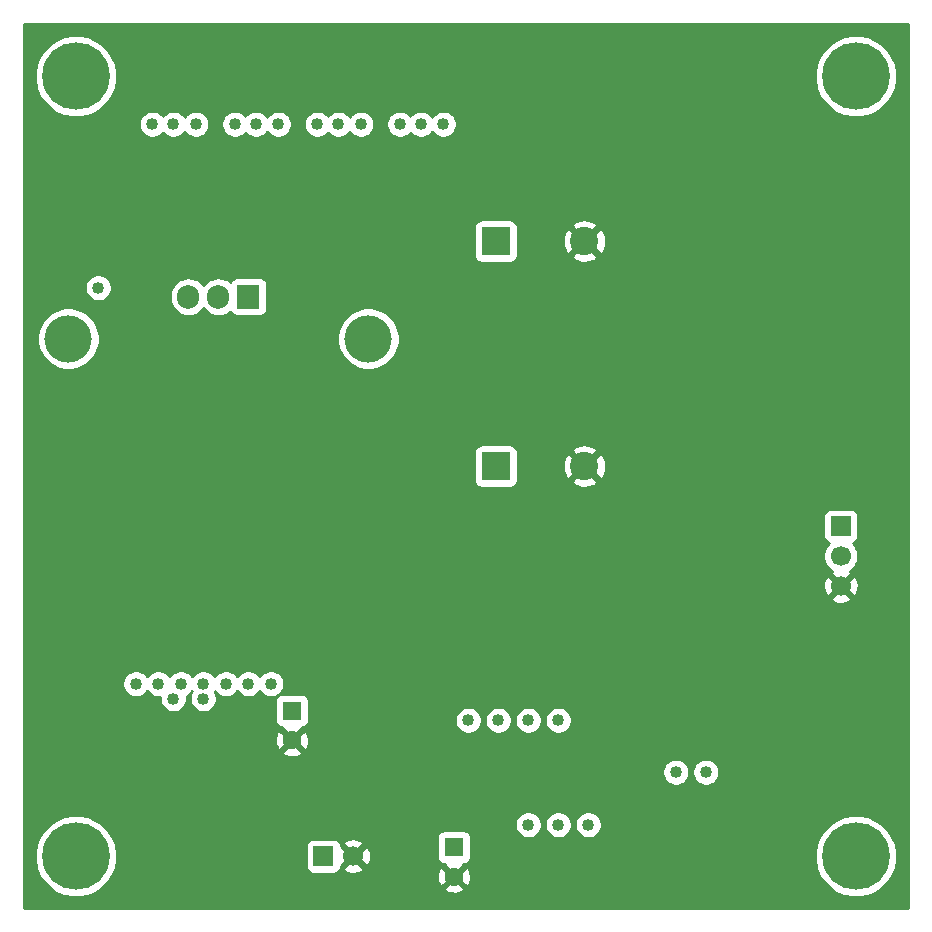
<source format=gbr>
%TF.GenerationSoftware,KiCad,Pcbnew,(5.1.9)-1*%
%TF.CreationDate,2021-10-04T18:28:45-04:00*%
%TF.ProjectId,In9 Music Visualizer RevC,496e3920-4d75-4736-9963-205669737561,rev?*%
%TF.SameCoordinates,Original*%
%TF.FileFunction,Copper,L2,Inr*%
%TF.FilePolarity,Positive*%
%FSLAX46Y46*%
G04 Gerber Fmt 4.6, Leading zero omitted, Abs format (unit mm)*
G04 Created by KiCad (PCBNEW (5.1.9)-1) date 2021-10-04 18:28:45*
%MOMM*%
%LPD*%
G01*
G04 APERTURE LIST*
%TA.AperFunction,ComponentPad*%
%ADD10C,1.700000*%
%TD*%
%TA.AperFunction,ComponentPad*%
%ADD11R,1.700000X1.700000*%
%TD*%
%TA.AperFunction,ComponentPad*%
%ADD12C,1.600000*%
%TD*%
%TA.AperFunction,ComponentPad*%
%ADD13R,1.600000X1.600000*%
%TD*%
%TA.AperFunction,ComponentPad*%
%ADD14C,5.715000*%
%TD*%
%TA.AperFunction,ComponentPad*%
%ADD15O,1.905000X2.000000*%
%TD*%
%TA.AperFunction,ComponentPad*%
%ADD16R,1.905000X2.000000*%
%TD*%
%TA.AperFunction,ComponentPad*%
%ADD17C,4.000000*%
%TD*%
%TA.AperFunction,ComponentPad*%
%ADD18C,2.400000*%
%TD*%
%TA.AperFunction,ComponentPad*%
%ADD19R,2.400000X2.400000*%
%TD*%
%TA.AperFunction,ViaPad*%
%ADD20C,0.762000*%
%TD*%
%TA.AperFunction,ViaPad*%
%ADD21C,1.016000*%
%TD*%
%TA.AperFunction,Conductor*%
%ADD22C,0.254000*%
%TD*%
%TA.AperFunction,Conductor*%
%ADD23C,0.100000*%
%TD*%
G04 APERTURE END LIST*
D10*
%TO.N,+5V*%
%TO.C,J5*%
X120650000Y-96520000D03*
D11*
%TO.N,150V*%
X120650000Y-93980000D03*
D10*
%TO.N,GND*%
X120650000Y-99060000D03*
%TD*%
D12*
%TO.N,GND*%
%TO.C,C22*%
X87884000Y-123658000D03*
D13*
%TO.N,+12V*%
X87884000Y-121158000D03*
%TD*%
D14*
%TO.N,N/C*%
%TO.C,REF\u002A\u002A*%
X121920000Y-121920000D03*
%TD*%
%TO.N,N/C*%
%TO.C,REF\u002A\u002A*%
X121920000Y-55880000D03*
%TD*%
%TO.N,N/C*%
%TO.C,REF\u002A\u002A*%
X55880000Y-121920000D03*
%TD*%
%TO.N,N/C*%
%TO.C,REF\u002A\u002A*%
X55880000Y-55880000D03*
%TD*%
D15*
%TO.N,Net-(C17-Pad1)*%
%TO.C,Q2*%
X65405000Y-74549000D03*
%TO.N,Net-(D1-Pad2)*%
X67945000Y-74549000D03*
D16*
%TO.N,Net-(Q2-Pad1)*%
X70485000Y-74549000D03*
%TD*%
D10*
%TO.N,GND*%
%TO.C,J1*%
X79375000Y-121920000D03*
D11*
%TO.N,+12V*%
X76835000Y-121920000D03*
%TD*%
D17*
%TO.N,N/C*%
%TO.C,HS1*%
X80645000Y-78105000D03*
X55245000Y-78105000D03*
%TD*%
D18*
%TO.N,GND*%
%TO.C,C9*%
X98940000Y-69850000D03*
D19*
%TO.N,150V*%
X91440000Y-69850000D03*
%TD*%
D18*
%TO.N,GND*%
%TO.C,C8*%
X98940000Y-88900000D03*
D19*
%TO.N,150V*%
X91440000Y-88900000D03*
%TD*%
D12*
%TO.N,GND*%
%TO.C,C5*%
X74168000Y-112101000D03*
D13*
%TO.N,+12V*%
X74168000Y-109601000D03*
%TD*%
D20*
%TO.N,GND*%
X100076000Y-115887500D03*
D21*
X104140000Y-114808000D03*
X64135000Y-112649000D03*
X66675000Y-112649000D03*
X83312000Y-54610000D03*
X85090000Y-54610000D03*
X86995000Y-54610000D03*
X76327000Y-54610000D03*
X78105000Y-54610000D03*
X80010000Y-54610000D03*
X69342000Y-54610000D03*
X71120000Y-54610000D03*
X73025000Y-54610000D03*
X62357000Y-54610000D03*
X64135000Y-54610000D03*
X66040000Y-54610000D03*
X83312000Y-65151000D03*
X60325000Y-73787000D03*
X58293000Y-62230000D03*
X69342000Y-77851000D03*
X67437000Y-65405000D03*
X71628000Y-62230000D03*
X76708000Y-66548000D03*
X68326000Y-80264000D03*
D20*
X66675000Y-71882000D03*
D21*
X94170500Y-106362500D03*
X91630500Y-106362500D03*
X94170500Y-123317000D03*
X96710500Y-123317000D03*
X99250500Y-123317000D03*
%TO.N,+5V*%
X89090500Y-110426500D03*
X96710500Y-110426500D03*
X109220000Y-114808000D03*
X106680000Y-114808000D03*
X91630500Y-110426500D03*
X94170500Y-110426500D03*
%TO.N,+12V*%
X60960000Y-107315000D03*
X62865000Y-107315000D03*
X64770000Y-107315000D03*
X66675000Y-107315000D03*
X68580000Y-107315000D03*
X70485000Y-107315000D03*
X72390000Y-107315000D03*
X64135000Y-108585000D03*
X66675000Y-108585000D03*
X57785000Y-73787000D03*
X94170500Y-119253000D03*
X96710500Y-119253000D03*
X99250500Y-119253000D03*
%TO.N,150V*%
X83312000Y-59944000D03*
X85090000Y-59944000D03*
X86995000Y-59944000D03*
X76327000Y-59944000D03*
X78105000Y-59944000D03*
X80010000Y-59944000D03*
X69342000Y-59944000D03*
X71120000Y-59944000D03*
X73025000Y-59944000D03*
X62357000Y-59944000D03*
X66040000Y-59944000D03*
X64135000Y-59944000D03*
%TD*%
D22*
%TO.N,GND*%
X126340000Y-126340000D02*
X51460000Y-126340000D01*
X51460000Y-121576019D01*
X52387500Y-121576019D01*
X52387500Y-122263981D01*
X52521715Y-122938725D01*
X52784986Y-123574319D01*
X53167198Y-124146339D01*
X53653661Y-124632802D01*
X54225681Y-125015014D01*
X54861275Y-125278285D01*
X55536019Y-125412500D01*
X56223981Y-125412500D01*
X56898725Y-125278285D01*
X57534319Y-125015014D01*
X58079549Y-124650702D01*
X87070903Y-124650702D01*
X87142486Y-124894671D01*
X87397996Y-125015571D01*
X87672184Y-125084300D01*
X87954512Y-125098217D01*
X88234130Y-125056787D01*
X88500292Y-124961603D01*
X88625514Y-124894671D01*
X88697097Y-124650702D01*
X87884000Y-123837605D01*
X87070903Y-124650702D01*
X58079549Y-124650702D01*
X58106339Y-124632802D01*
X58592802Y-124146339D01*
X58871985Y-123728512D01*
X86443783Y-123728512D01*
X86485213Y-124008130D01*
X86580397Y-124274292D01*
X86647329Y-124399514D01*
X86891298Y-124471097D01*
X87704395Y-123658000D01*
X88063605Y-123658000D01*
X88876702Y-124471097D01*
X89120671Y-124399514D01*
X89241571Y-124144004D01*
X89310300Y-123869816D01*
X89324217Y-123587488D01*
X89282787Y-123307870D01*
X89187603Y-123041708D01*
X89120671Y-122916486D01*
X88876702Y-122844903D01*
X88063605Y-123658000D01*
X87704395Y-123658000D01*
X86891298Y-122844903D01*
X86647329Y-122916486D01*
X86526429Y-123171996D01*
X86457700Y-123446184D01*
X86443783Y-123728512D01*
X58871985Y-123728512D01*
X58975014Y-123574319D01*
X59238285Y-122938725D01*
X59372500Y-122263981D01*
X59372500Y-121576019D01*
X59271847Y-121070000D01*
X75346928Y-121070000D01*
X75346928Y-122770000D01*
X75359188Y-122894482D01*
X75395498Y-123014180D01*
X75454463Y-123124494D01*
X75533815Y-123221185D01*
X75630506Y-123300537D01*
X75740820Y-123359502D01*
X75860518Y-123395812D01*
X75985000Y-123408072D01*
X77685000Y-123408072D01*
X77809482Y-123395812D01*
X77929180Y-123359502D01*
X78039494Y-123300537D01*
X78136185Y-123221185D01*
X78215537Y-123124494D01*
X78274502Y-123014180D01*
X78294457Y-122948397D01*
X78526208Y-122948397D01*
X78603843Y-123197472D01*
X78867883Y-123323371D01*
X79151411Y-123395339D01*
X79443531Y-123410611D01*
X79733019Y-123368599D01*
X80008747Y-123270919D01*
X80146157Y-123197472D01*
X80223792Y-122948397D01*
X79375000Y-122099605D01*
X78526208Y-122948397D01*
X78294457Y-122948397D01*
X78310812Y-122894482D01*
X78323072Y-122770000D01*
X78323072Y-122761458D01*
X78346603Y-122768792D01*
X79195395Y-121920000D01*
X79554605Y-121920000D01*
X80403397Y-122768792D01*
X80652472Y-122691157D01*
X80778371Y-122427117D01*
X80850339Y-122143589D01*
X80865611Y-121851469D01*
X80823599Y-121561981D01*
X80725919Y-121286253D01*
X80652472Y-121148843D01*
X80403397Y-121071208D01*
X79554605Y-121920000D01*
X79195395Y-121920000D01*
X78346603Y-121071208D01*
X78323072Y-121078542D01*
X78323072Y-121070000D01*
X78310812Y-120945518D01*
X78294458Y-120891603D01*
X78526208Y-120891603D01*
X79375000Y-121740395D01*
X80223792Y-120891603D01*
X80146157Y-120642528D01*
X79882117Y-120516629D01*
X79598589Y-120444661D01*
X79306469Y-120429389D01*
X79016981Y-120471401D01*
X78741253Y-120569081D01*
X78603843Y-120642528D01*
X78526208Y-120891603D01*
X78294458Y-120891603D01*
X78274502Y-120825820D01*
X78215537Y-120715506D01*
X78136185Y-120618815D01*
X78039494Y-120539463D01*
X77929180Y-120480498D01*
X77809482Y-120444188D01*
X77685000Y-120431928D01*
X75985000Y-120431928D01*
X75860518Y-120444188D01*
X75740820Y-120480498D01*
X75630506Y-120539463D01*
X75533815Y-120618815D01*
X75454463Y-120715506D01*
X75395498Y-120825820D01*
X75359188Y-120945518D01*
X75346928Y-121070000D01*
X59271847Y-121070000D01*
X59238285Y-120901275D01*
X59013254Y-120358000D01*
X86445928Y-120358000D01*
X86445928Y-121958000D01*
X86458188Y-122082482D01*
X86494498Y-122202180D01*
X86553463Y-122312494D01*
X86632815Y-122409185D01*
X86729506Y-122488537D01*
X86839820Y-122547502D01*
X86959518Y-122583812D01*
X87084000Y-122596072D01*
X87091215Y-122596072D01*
X87070903Y-122665298D01*
X87884000Y-123478395D01*
X88697097Y-122665298D01*
X88676785Y-122596072D01*
X88684000Y-122596072D01*
X88808482Y-122583812D01*
X88928180Y-122547502D01*
X89038494Y-122488537D01*
X89135185Y-122409185D01*
X89214537Y-122312494D01*
X89273502Y-122202180D01*
X89309812Y-122082482D01*
X89322072Y-121958000D01*
X89322072Y-121576019D01*
X118427500Y-121576019D01*
X118427500Y-122263981D01*
X118561715Y-122938725D01*
X118824986Y-123574319D01*
X119207198Y-124146339D01*
X119693661Y-124632802D01*
X120265681Y-125015014D01*
X120901275Y-125278285D01*
X121576019Y-125412500D01*
X122263981Y-125412500D01*
X122938725Y-125278285D01*
X123574319Y-125015014D01*
X124146339Y-124632802D01*
X124632802Y-124146339D01*
X125015014Y-123574319D01*
X125278285Y-122938725D01*
X125412500Y-122263981D01*
X125412500Y-121576019D01*
X125278285Y-120901275D01*
X125015014Y-120265681D01*
X124632802Y-119693661D01*
X124146339Y-119207198D01*
X123574319Y-118824986D01*
X122938725Y-118561715D01*
X122263981Y-118427500D01*
X121576019Y-118427500D01*
X120901275Y-118561715D01*
X120265681Y-118824986D01*
X119693661Y-119207198D01*
X119207198Y-119693661D01*
X118824986Y-120265681D01*
X118561715Y-120901275D01*
X118427500Y-121576019D01*
X89322072Y-121576019D01*
X89322072Y-120358000D01*
X89309812Y-120233518D01*
X89273502Y-120113820D01*
X89214537Y-120003506D01*
X89135185Y-119906815D01*
X89038494Y-119827463D01*
X88928180Y-119768498D01*
X88808482Y-119732188D01*
X88684000Y-119719928D01*
X87084000Y-119719928D01*
X86959518Y-119732188D01*
X86839820Y-119768498D01*
X86729506Y-119827463D01*
X86632815Y-119906815D01*
X86553463Y-120003506D01*
X86494498Y-120113820D01*
X86458188Y-120233518D01*
X86445928Y-120358000D01*
X59013254Y-120358000D01*
X58975014Y-120265681D01*
X58592802Y-119693661D01*
X58106339Y-119207198D01*
X58006405Y-119140424D01*
X93027500Y-119140424D01*
X93027500Y-119365576D01*
X93071425Y-119586401D01*
X93157587Y-119794413D01*
X93282674Y-119981620D01*
X93441880Y-120140826D01*
X93629087Y-120265913D01*
X93837099Y-120352075D01*
X94057924Y-120396000D01*
X94283076Y-120396000D01*
X94503901Y-120352075D01*
X94711913Y-120265913D01*
X94899120Y-120140826D01*
X95058326Y-119981620D01*
X95183413Y-119794413D01*
X95269575Y-119586401D01*
X95313500Y-119365576D01*
X95313500Y-119140424D01*
X95567500Y-119140424D01*
X95567500Y-119365576D01*
X95611425Y-119586401D01*
X95697587Y-119794413D01*
X95822674Y-119981620D01*
X95981880Y-120140826D01*
X96169087Y-120265913D01*
X96377099Y-120352075D01*
X96597924Y-120396000D01*
X96823076Y-120396000D01*
X97043901Y-120352075D01*
X97251913Y-120265913D01*
X97439120Y-120140826D01*
X97598326Y-119981620D01*
X97723413Y-119794413D01*
X97809575Y-119586401D01*
X97853500Y-119365576D01*
X97853500Y-119140424D01*
X98107500Y-119140424D01*
X98107500Y-119365576D01*
X98151425Y-119586401D01*
X98237587Y-119794413D01*
X98362674Y-119981620D01*
X98521880Y-120140826D01*
X98709087Y-120265913D01*
X98917099Y-120352075D01*
X99137924Y-120396000D01*
X99363076Y-120396000D01*
X99583901Y-120352075D01*
X99791913Y-120265913D01*
X99979120Y-120140826D01*
X100138326Y-119981620D01*
X100263413Y-119794413D01*
X100349575Y-119586401D01*
X100393500Y-119365576D01*
X100393500Y-119140424D01*
X100349575Y-118919599D01*
X100263413Y-118711587D01*
X100138326Y-118524380D01*
X99979120Y-118365174D01*
X99791913Y-118240087D01*
X99583901Y-118153925D01*
X99363076Y-118110000D01*
X99137924Y-118110000D01*
X98917099Y-118153925D01*
X98709087Y-118240087D01*
X98521880Y-118365174D01*
X98362674Y-118524380D01*
X98237587Y-118711587D01*
X98151425Y-118919599D01*
X98107500Y-119140424D01*
X97853500Y-119140424D01*
X97809575Y-118919599D01*
X97723413Y-118711587D01*
X97598326Y-118524380D01*
X97439120Y-118365174D01*
X97251913Y-118240087D01*
X97043901Y-118153925D01*
X96823076Y-118110000D01*
X96597924Y-118110000D01*
X96377099Y-118153925D01*
X96169087Y-118240087D01*
X95981880Y-118365174D01*
X95822674Y-118524380D01*
X95697587Y-118711587D01*
X95611425Y-118919599D01*
X95567500Y-119140424D01*
X95313500Y-119140424D01*
X95269575Y-118919599D01*
X95183413Y-118711587D01*
X95058326Y-118524380D01*
X94899120Y-118365174D01*
X94711913Y-118240087D01*
X94503901Y-118153925D01*
X94283076Y-118110000D01*
X94057924Y-118110000D01*
X93837099Y-118153925D01*
X93629087Y-118240087D01*
X93441880Y-118365174D01*
X93282674Y-118524380D01*
X93157587Y-118711587D01*
X93071425Y-118919599D01*
X93027500Y-119140424D01*
X58006405Y-119140424D01*
X57534319Y-118824986D01*
X56898725Y-118561715D01*
X56223981Y-118427500D01*
X55536019Y-118427500D01*
X54861275Y-118561715D01*
X54225681Y-118824986D01*
X53653661Y-119207198D01*
X53167198Y-119693661D01*
X52784986Y-120265681D01*
X52521715Y-120901275D01*
X52387500Y-121576019D01*
X51460000Y-121576019D01*
X51460000Y-114695424D01*
X105537000Y-114695424D01*
X105537000Y-114920576D01*
X105580925Y-115141401D01*
X105667087Y-115349413D01*
X105792174Y-115536620D01*
X105951380Y-115695826D01*
X106138587Y-115820913D01*
X106346599Y-115907075D01*
X106567424Y-115951000D01*
X106792576Y-115951000D01*
X107013401Y-115907075D01*
X107221413Y-115820913D01*
X107408620Y-115695826D01*
X107567826Y-115536620D01*
X107692913Y-115349413D01*
X107779075Y-115141401D01*
X107823000Y-114920576D01*
X107823000Y-114695424D01*
X108077000Y-114695424D01*
X108077000Y-114920576D01*
X108120925Y-115141401D01*
X108207087Y-115349413D01*
X108332174Y-115536620D01*
X108491380Y-115695826D01*
X108678587Y-115820913D01*
X108886599Y-115907075D01*
X109107424Y-115951000D01*
X109332576Y-115951000D01*
X109553401Y-115907075D01*
X109761413Y-115820913D01*
X109948620Y-115695826D01*
X110107826Y-115536620D01*
X110232913Y-115349413D01*
X110319075Y-115141401D01*
X110363000Y-114920576D01*
X110363000Y-114695424D01*
X110319075Y-114474599D01*
X110232913Y-114266587D01*
X110107826Y-114079380D01*
X109948620Y-113920174D01*
X109761413Y-113795087D01*
X109553401Y-113708925D01*
X109332576Y-113665000D01*
X109107424Y-113665000D01*
X108886599Y-113708925D01*
X108678587Y-113795087D01*
X108491380Y-113920174D01*
X108332174Y-114079380D01*
X108207087Y-114266587D01*
X108120925Y-114474599D01*
X108077000Y-114695424D01*
X107823000Y-114695424D01*
X107779075Y-114474599D01*
X107692913Y-114266587D01*
X107567826Y-114079380D01*
X107408620Y-113920174D01*
X107221413Y-113795087D01*
X107013401Y-113708925D01*
X106792576Y-113665000D01*
X106567424Y-113665000D01*
X106346599Y-113708925D01*
X106138587Y-113795087D01*
X105951380Y-113920174D01*
X105792174Y-114079380D01*
X105667087Y-114266587D01*
X105580925Y-114474599D01*
X105537000Y-114695424D01*
X51460000Y-114695424D01*
X51460000Y-113093702D01*
X73354903Y-113093702D01*
X73426486Y-113337671D01*
X73681996Y-113458571D01*
X73956184Y-113527300D01*
X74238512Y-113541217D01*
X74518130Y-113499787D01*
X74784292Y-113404603D01*
X74909514Y-113337671D01*
X74981097Y-113093702D01*
X74168000Y-112280605D01*
X73354903Y-113093702D01*
X51460000Y-113093702D01*
X51460000Y-112171512D01*
X72727783Y-112171512D01*
X72769213Y-112451130D01*
X72864397Y-112717292D01*
X72931329Y-112842514D01*
X73175298Y-112914097D01*
X73988395Y-112101000D01*
X74347605Y-112101000D01*
X75160702Y-112914097D01*
X75404671Y-112842514D01*
X75525571Y-112587004D01*
X75594300Y-112312816D01*
X75608217Y-112030488D01*
X75566787Y-111750870D01*
X75471603Y-111484708D01*
X75404671Y-111359486D01*
X75160702Y-111287903D01*
X74347605Y-112101000D01*
X73988395Y-112101000D01*
X73175298Y-111287903D01*
X72931329Y-111359486D01*
X72810429Y-111614996D01*
X72741700Y-111889184D01*
X72727783Y-112171512D01*
X51460000Y-112171512D01*
X51460000Y-107202424D01*
X59817000Y-107202424D01*
X59817000Y-107427576D01*
X59860925Y-107648401D01*
X59947087Y-107856413D01*
X60072174Y-108043620D01*
X60231380Y-108202826D01*
X60418587Y-108327913D01*
X60626599Y-108414075D01*
X60847424Y-108458000D01*
X61072576Y-108458000D01*
X61293401Y-108414075D01*
X61501413Y-108327913D01*
X61688620Y-108202826D01*
X61847826Y-108043620D01*
X61912500Y-107946828D01*
X61977174Y-108043620D01*
X62136380Y-108202826D01*
X62323587Y-108327913D01*
X62531599Y-108414075D01*
X62752424Y-108458000D01*
X62977576Y-108458000D01*
X62995582Y-108454418D01*
X62992000Y-108472424D01*
X62992000Y-108697576D01*
X63035925Y-108918401D01*
X63122087Y-109126413D01*
X63247174Y-109313620D01*
X63406380Y-109472826D01*
X63593587Y-109597913D01*
X63801599Y-109684075D01*
X64022424Y-109728000D01*
X64247576Y-109728000D01*
X64468401Y-109684075D01*
X64676413Y-109597913D01*
X64863620Y-109472826D01*
X65022826Y-109313620D01*
X65147913Y-109126413D01*
X65234075Y-108918401D01*
X65278000Y-108697576D01*
X65278000Y-108472424D01*
X65253986Y-108351700D01*
X65311413Y-108327913D01*
X65498620Y-108202826D01*
X65657826Y-108043620D01*
X65722500Y-107946828D01*
X65724619Y-107950000D01*
X65662087Y-108043587D01*
X65575925Y-108251599D01*
X65532000Y-108472424D01*
X65532000Y-108697576D01*
X65575925Y-108918401D01*
X65662087Y-109126413D01*
X65787174Y-109313620D01*
X65946380Y-109472826D01*
X66133587Y-109597913D01*
X66341599Y-109684075D01*
X66562424Y-109728000D01*
X66787576Y-109728000D01*
X67008401Y-109684075D01*
X67216413Y-109597913D01*
X67403620Y-109472826D01*
X67562826Y-109313620D01*
X67687913Y-109126413D01*
X67774075Y-108918401D01*
X67818000Y-108697576D01*
X67818000Y-108472424D01*
X67774075Y-108251599D01*
X67687913Y-108043587D01*
X67625381Y-107950000D01*
X67627500Y-107946828D01*
X67692174Y-108043620D01*
X67851380Y-108202826D01*
X68038587Y-108327913D01*
X68246599Y-108414075D01*
X68467424Y-108458000D01*
X68692576Y-108458000D01*
X68913401Y-108414075D01*
X69121413Y-108327913D01*
X69308620Y-108202826D01*
X69467826Y-108043620D01*
X69532500Y-107946828D01*
X69597174Y-108043620D01*
X69756380Y-108202826D01*
X69943587Y-108327913D01*
X70151599Y-108414075D01*
X70372424Y-108458000D01*
X70597576Y-108458000D01*
X70818401Y-108414075D01*
X71026413Y-108327913D01*
X71213620Y-108202826D01*
X71372826Y-108043620D01*
X71437500Y-107946828D01*
X71502174Y-108043620D01*
X71661380Y-108202826D01*
X71848587Y-108327913D01*
X72056599Y-108414075D01*
X72277424Y-108458000D01*
X72502576Y-108458000D01*
X72723401Y-108414075D01*
X72931413Y-108327913D01*
X72996473Y-108284441D01*
X72916815Y-108349815D01*
X72837463Y-108446506D01*
X72778498Y-108556820D01*
X72742188Y-108676518D01*
X72729928Y-108801000D01*
X72729928Y-110401000D01*
X72742188Y-110525482D01*
X72778498Y-110645180D01*
X72837463Y-110755494D01*
X72916815Y-110852185D01*
X73013506Y-110931537D01*
X73123820Y-110990502D01*
X73243518Y-111026812D01*
X73368000Y-111039072D01*
X73375215Y-111039072D01*
X73354903Y-111108298D01*
X74168000Y-111921395D01*
X74981097Y-111108298D01*
X74960785Y-111039072D01*
X74968000Y-111039072D01*
X75092482Y-111026812D01*
X75212180Y-110990502D01*
X75322494Y-110931537D01*
X75419185Y-110852185D01*
X75498537Y-110755494D01*
X75557502Y-110645180D01*
X75593812Y-110525482D01*
X75606072Y-110401000D01*
X75606072Y-110313924D01*
X87947500Y-110313924D01*
X87947500Y-110539076D01*
X87991425Y-110759901D01*
X88077587Y-110967913D01*
X88202674Y-111155120D01*
X88361880Y-111314326D01*
X88549087Y-111439413D01*
X88757099Y-111525575D01*
X88977924Y-111569500D01*
X89203076Y-111569500D01*
X89423901Y-111525575D01*
X89631913Y-111439413D01*
X89819120Y-111314326D01*
X89978326Y-111155120D01*
X90103413Y-110967913D01*
X90189575Y-110759901D01*
X90233500Y-110539076D01*
X90233500Y-110313924D01*
X90487500Y-110313924D01*
X90487500Y-110539076D01*
X90531425Y-110759901D01*
X90617587Y-110967913D01*
X90742674Y-111155120D01*
X90901880Y-111314326D01*
X91089087Y-111439413D01*
X91297099Y-111525575D01*
X91517924Y-111569500D01*
X91743076Y-111569500D01*
X91963901Y-111525575D01*
X92171913Y-111439413D01*
X92359120Y-111314326D01*
X92518326Y-111155120D01*
X92643413Y-110967913D01*
X92729575Y-110759901D01*
X92773500Y-110539076D01*
X92773500Y-110313924D01*
X93027500Y-110313924D01*
X93027500Y-110539076D01*
X93071425Y-110759901D01*
X93157587Y-110967913D01*
X93282674Y-111155120D01*
X93441880Y-111314326D01*
X93629087Y-111439413D01*
X93837099Y-111525575D01*
X94057924Y-111569500D01*
X94283076Y-111569500D01*
X94503901Y-111525575D01*
X94711913Y-111439413D01*
X94899120Y-111314326D01*
X95058326Y-111155120D01*
X95183413Y-110967913D01*
X95269575Y-110759901D01*
X95313500Y-110539076D01*
X95313500Y-110313924D01*
X95567500Y-110313924D01*
X95567500Y-110539076D01*
X95611425Y-110759901D01*
X95697587Y-110967913D01*
X95822674Y-111155120D01*
X95981880Y-111314326D01*
X96169087Y-111439413D01*
X96377099Y-111525575D01*
X96597924Y-111569500D01*
X96823076Y-111569500D01*
X97043901Y-111525575D01*
X97251913Y-111439413D01*
X97439120Y-111314326D01*
X97598326Y-111155120D01*
X97723413Y-110967913D01*
X97809575Y-110759901D01*
X97853500Y-110539076D01*
X97853500Y-110313924D01*
X97809575Y-110093099D01*
X97723413Y-109885087D01*
X97598326Y-109697880D01*
X97439120Y-109538674D01*
X97251913Y-109413587D01*
X97043901Y-109327425D01*
X96823076Y-109283500D01*
X96597924Y-109283500D01*
X96377099Y-109327425D01*
X96169087Y-109413587D01*
X95981880Y-109538674D01*
X95822674Y-109697880D01*
X95697587Y-109885087D01*
X95611425Y-110093099D01*
X95567500Y-110313924D01*
X95313500Y-110313924D01*
X95269575Y-110093099D01*
X95183413Y-109885087D01*
X95058326Y-109697880D01*
X94899120Y-109538674D01*
X94711913Y-109413587D01*
X94503901Y-109327425D01*
X94283076Y-109283500D01*
X94057924Y-109283500D01*
X93837099Y-109327425D01*
X93629087Y-109413587D01*
X93441880Y-109538674D01*
X93282674Y-109697880D01*
X93157587Y-109885087D01*
X93071425Y-110093099D01*
X93027500Y-110313924D01*
X92773500Y-110313924D01*
X92729575Y-110093099D01*
X92643413Y-109885087D01*
X92518326Y-109697880D01*
X92359120Y-109538674D01*
X92171913Y-109413587D01*
X91963901Y-109327425D01*
X91743076Y-109283500D01*
X91517924Y-109283500D01*
X91297099Y-109327425D01*
X91089087Y-109413587D01*
X90901880Y-109538674D01*
X90742674Y-109697880D01*
X90617587Y-109885087D01*
X90531425Y-110093099D01*
X90487500Y-110313924D01*
X90233500Y-110313924D01*
X90189575Y-110093099D01*
X90103413Y-109885087D01*
X89978326Y-109697880D01*
X89819120Y-109538674D01*
X89631913Y-109413587D01*
X89423901Y-109327425D01*
X89203076Y-109283500D01*
X88977924Y-109283500D01*
X88757099Y-109327425D01*
X88549087Y-109413587D01*
X88361880Y-109538674D01*
X88202674Y-109697880D01*
X88077587Y-109885087D01*
X87991425Y-110093099D01*
X87947500Y-110313924D01*
X75606072Y-110313924D01*
X75606072Y-108801000D01*
X75593812Y-108676518D01*
X75557502Y-108556820D01*
X75498537Y-108446506D01*
X75419185Y-108349815D01*
X75322494Y-108270463D01*
X75212180Y-108211498D01*
X75092482Y-108175188D01*
X74968000Y-108162928D01*
X73368000Y-108162928D01*
X73243518Y-108175188D01*
X73123820Y-108211498D01*
X73032941Y-108260075D01*
X73118620Y-108202826D01*
X73277826Y-108043620D01*
X73402913Y-107856413D01*
X73489075Y-107648401D01*
X73533000Y-107427576D01*
X73533000Y-107202424D01*
X73489075Y-106981599D01*
X73402913Y-106773587D01*
X73277826Y-106586380D01*
X73118620Y-106427174D01*
X72931413Y-106302087D01*
X72723401Y-106215925D01*
X72502576Y-106172000D01*
X72277424Y-106172000D01*
X72056599Y-106215925D01*
X71848587Y-106302087D01*
X71661380Y-106427174D01*
X71502174Y-106586380D01*
X71437500Y-106683172D01*
X71372826Y-106586380D01*
X71213620Y-106427174D01*
X71026413Y-106302087D01*
X70818401Y-106215925D01*
X70597576Y-106172000D01*
X70372424Y-106172000D01*
X70151599Y-106215925D01*
X69943587Y-106302087D01*
X69756380Y-106427174D01*
X69597174Y-106586380D01*
X69532500Y-106683172D01*
X69467826Y-106586380D01*
X69308620Y-106427174D01*
X69121413Y-106302087D01*
X68913401Y-106215925D01*
X68692576Y-106172000D01*
X68467424Y-106172000D01*
X68246599Y-106215925D01*
X68038587Y-106302087D01*
X67851380Y-106427174D01*
X67692174Y-106586380D01*
X67627500Y-106683172D01*
X67562826Y-106586380D01*
X67403620Y-106427174D01*
X67216413Y-106302087D01*
X67008401Y-106215925D01*
X66787576Y-106172000D01*
X66562424Y-106172000D01*
X66341599Y-106215925D01*
X66133587Y-106302087D01*
X65946380Y-106427174D01*
X65787174Y-106586380D01*
X65722500Y-106683172D01*
X65657826Y-106586380D01*
X65498620Y-106427174D01*
X65311413Y-106302087D01*
X65103401Y-106215925D01*
X64882576Y-106172000D01*
X64657424Y-106172000D01*
X64436599Y-106215925D01*
X64228587Y-106302087D01*
X64041380Y-106427174D01*
X63882174Y-106586380D01*
X63817500Y-106683172D01*
X63752826Y-106586380D01*
X63593620Y-106427174D01*
X63406413Y-106302087D01*
X63198401Y-106215925D01*
X62977576Y-106172000D01*
X62752424Y-106172000D01*
X62531599Y-106215925D01*
X62323587Y-106302087D01*
X62136380Y-106427174D01*
X61977174Y-106586380D01*
X61912500Y-106683172D01*
X61847826Y-106586380D01*
X61688620Y-106427174D01*
X61501413Y-106302087D01*
X61293401Y-106215925D01*
X61072576Y-106172000D01*
X60847424Y-106172000D01*
X60626599Y-106215925D01*
X60418587Y-106302087D01*
X60231380Y-106427174D01*
X60072174Y-106586380D01*
X59947087Y-106773587D01*
X59860925Y-106981599D01*
X59817000Y-107202424D01*
X51460000Y-107202424D01*
X51460000Y-100088397D01*
X119801208Y-100088397D01*
X119878843Y-100337472D01*
X120142883Y-100463371D01*
X120426411Y-100535339D01*
X120718531Y-100550611D01*
X121008019Y-100508599D01*
X121283747Y-100410919D01*
X121421157Y-100337472D01*
X121498792Y-100088397D01*
X120650000Y-99239605D01*
X119801208Y-100088397D01*
X51460000Y-100088397D01*
X51460000Y-99128531D01*
X119159389Y-99128531D01*
X119201401Y-99418019D01*
X119299081Y-99693747D01*
X119372528Y-99831157D01*
X119621603Y-99908792D01*
X120470395Y-99060000D01*
X120829605Y-99060000D01*
X121678397Y-99908792D01*
X121927472Y-99831157D01*
X122053371Y-99567117D01*
X122125339Y-99283589D01*
X122140611Y-98991469D01*
X122098599Y-98701981D01*
X122000919Y-98426253D01*
X121927472Y-98288843D01*
X121678397Y-98211208D01*
X120829605Y-99060000D01*
X120470395Y-99060000D01*
X119621603Y-98211208D01*
X119372528Y-98288843D01*
X119246629Y-98552883D01*
X119174661Y-98836411D01*
X119159389Y-99128531D01*
X51460000Y-99128531D01*
X51460000Y-93130000D01*
X119161928Y-93130000D01*
X119161928Y-94830000D01*
X119174188Y-94954482D01*
X119210498Y-95074180D01*
X119269463Y-95184494D01*
X119348815Y-95281185D01*
X119445506Y-95360537D01*
X119555820Y-95419502D01*
X119628380Y-95441513D01*
X119496525Y-95573368D01*
X119334010Y-95816589D01*
X119222068Y-96086842D01*
X119165000Y-96373740D01*
X119165000Y-96666260D01*
X119222068Y-96953158D01*
X119334010Y-97223411D01*
X119496525Y-97466632D01*
X119703368Y-97673475D01*
X119876729Y-97789311D01*
X119801208Y-98031603D01*
X120650000Y-98880395D01*
X121498792Y-98031603D01*
X121423271Y-97789311D01*
X121596632Y-97673475D01*
X121803475Y-97466632D01*
X121965990Y-97223411D01*
X122077932Y-96953158D01*
X122135000Y-96666260D01*
X122135000Y-96373740D01*
X122077932Y-96086842D01*
X121965990Y-95816589D01*
X121803475Y-95573368D01*
X121671620Y-95441513D01*
X121744180Y-95419502D01*
X121854494Y-95360537D01*
X121951185Y-95281185D01*
X122030537Y-95184494D01*
X122089502Y-95074180D01*
X122125812Y-94954482D01*
X122138072Y-94830000D01*
X122138072Y-93130000D01*
X122125812Y-93005518D01*
X122089502Y-92885820D01*
X122030537Y-92775506D01*
X121951185Y-92678815D01*
X121854494Y-92599463D01*
X121744180Y-92540498D01*
X121624482Y-92504188D01*
X121500000Y-92491928D01*
X119800000Y-92491928D01*
X119675518Y-92504188D01*
X119555820Y-92540498D01*
X119445506Y-92599463D01*
X119348815Y-92678815D01*
X119269463Y-92775506D01*
X119210498Y-92885820D01*
X119174188Y-93005518D01*
X119161928Y-93130000D01*
X51460000Y-93130000D01*
X51460000Y-87700000D01*
X89601928Y-87700000D01*
X89601928Y-90100000D01*
X89614188Y-90224482D01*
X89650498Y-90344180D01*
X89709463Y-90454494D01*
X89788815Y-90551185D01*
X89885506Y-90630537D01*
X89995820Y-90689502D01*
X90115518Y-90725812D01*
X90240000Y-90738072D01*
X92640000Y-90738072D01*
X92764482Y-90725812D01*
X92884180Y-90689502D01*
X92994494Y-90630537D01*
X93091185Y-90551185D01*
X93170537Y-90454494D01*
X93229502Y-90344180D01*
X93265812Y-90224482D01*
X93270391Y-90177980D01*
X97841626Y-90177980D01*
X97961514Y-90462836D01*
X98285210Y-90623699D01*
X98634069Y-90718322D01*
X98994684Y-90743067D01*
X99353198Y-90696985D01*
X99695833Y-90581846D01*
X99918486Y-90462836D01*
X100038374Y-90177980D01*
X98940000Y-89079605D01*
X97841626Y-90177980D01*
X93270391Y-90177980D01*
X93278072Y-90100000D01*
X93278072Y-88954684D01*
X97096933Y-88954684D01*
X97143015Y-89313198D01*
X97258154Y-89655833D01*
X97377164Y-89878486D01*
X97662020Y-89998374D01*
X98760395Y-88900000D01*
X99119605Y-88900000D01*
X100217980Y-89998374D01*
X100502836Y-89878486D01*
X100663699Y-89554790D01*
X100758322Y-89205931D01*
X100783067Y-88845316D01*
X100736985Y-88486802D01*
X100621846Y-88144167D01*
X100502836Y-87921514D01*
X100217980Y-87801626D01*
X99119605Y-88900000D01*
X98760395Y-88900000D01*
X97662020Y-87801626D01*
X97377164Y-87921514D01*
X97216301Y-88245210D01*
X97121678Y-88594069D01*
X97096933Y-88954684D01*
X93278072Y-88954684D01*
X93278072Y-87700000D01*
X93270392Y-87622020D01*
X97841626Y-87622020D01*
X98940000Y-88720395D01*
X100038374Y-87622020D01*
X99918486Y-87337164D01*
X99594790Y-87176301D01*
X99245931Y-87081678D01*
X98885316Y-87056933D01*
X98526802Y-87103015D01*
X98184167Y-87218154D01*
X97961514Y-87337164D01*
X97841626Y-87622020D01*
X93270392Y-87622020D01*
X93265812Y-87575518D01*
X93229502Y-87455820D01*
X93170537Y-87345506D01*
X93091185Y-87248815D01*
X92994494Y-87169463D01*
X92884180Y-87110498D01*
X92764482Y-87074188D01*
X92640000Y-87061928D01*
X90240000Y-87061928D01*
X90115518Y-87074188D01*
X89995820Y-87110498D01*
X89885506Y-87169463D01*
X89788815Y-87248815D01*
X89709463Y-87345506D01*
X89650498Y-87455820D01*
X89614188Y-87575518D01*
X89601928Y-87700000D01*
X51460000Y-87700000D01*
X51460000Y-77845475D01*
X52610000Y-77845475D01*
X52610000Y-78364525D01*
X52711261Y-78873601D01*
X52909893Y-79353141D01*
X53198262Y-79784715D01*
X53565285Y-80151738D01*
X53996859Y-80440107D01*
X54476399Y-80638739D01*
X54985475Y-80740000D01*
X55504525Y-80740000D01*
X56013601Y-80638739D01*
X56493141Y-80440107D01*
X56924715Y-80151738D01*
X57291738Y-79784715D01*
X57580107Y-79353141D01*
X57778739Y-78873601D01*
X57880000Y-78364525D01*
X57880000Y-77845475D01*
X78010000Y-77845475D01*
X78010000Y-78364525D01*
X78111261Y-78873601D01*
X78309893Y-79353141D01*
X78598262Y-79784715D01*
X78965285Y-80151738D01*
X79396859Y-80440107D01*
X79876399Y-80638739D01*
X80385475Y-80740000D01*
X80904525Y-80740000D01*
X81413601Y-80638739D01*
X81893141Y-80440107D01*
X82324715Y-80151738D01*
X82691738Y-79784715D01*
X82980107Y-79353141D01*
X83178739Y-78873601D01*
X83280000Y-78364525D01*
X83280000Y-77845475D01*
X83178739Y-77336399D01*
X82980107Y-76856859D01*
X82691738Y-76425285D01*
X82324715Y-76058262D01*
X81893141Y-75769893D01*
X81413601Y-75571261D01*
X80904525Y-75470000D01*
X80385475Y-75470000D01*
X79876399Y-75571261D01*
X79396859Y-75769893D01*
X78965285Y-76058262D01*
X78598262Y-76425285D01*
X78309893Y-76856859D01*
X78111261Y-77336399D01*
X78010000Y-77845475D01*
X57880000Y-77845475D01*
X57778739Y-77336399D01*
X57580107Y-76856859D01*
X57291738Y-76425285D01*
X56924715Y-76058262D01*
X56493141Y-75769893D01*
X56013601Y-75571261D01*
X55504525Y-75470000D01*
X54985475Y-75470000D01*
X54476399Y-75571261D01*
X53996859Y-75769893D01*
X53565285Y-76058262D01*
X53198262Y-76425285D01*
X52909893Y-76856859D01*
X52711261Y-77336399D01*
X52610000Y-77845475D01*
X51460000Y-77845475D01*
X51460000Y-73674424D01*
X56642000Y-73674424D01*
X56642000Y-73899576D01*
X56685925Y-74120401D01*
X56772087Y-74328413D01*
X56897174Y-74515620D01*
X57056380Y-74674826D01*
X57243587Y-74799913D01*
X57451599Y-74886075D01*
X57672424Y-74930000D01*
X57897576Y-74930000D01*
X58118401Y-74886075D01*
X58326413Y-74799913D01*
X58513620Y-74674826D01*
X58672826Y-74515620D01*
X58734368Y-74423514D01*
X63817500Y-74423514D01*
X63817500Y-74674485D01*
X63840470Y-74907703D01*
X63931245Y-75206948D01*
X64078655Y-75482734D01*
X64277037Y-75724463D01*
X64518765Y-75922845D01*
X64794551Y-76070255D01*
X65093796Y-76161030D01*
X65405000Y-76191681D01*
X65716203Y-76161030D01*
X66015448Y-76070255D01*
X66291234Y-75922845D01*
X66532963Y-75724463D01*
X66675000Y-75551391D01*
X66817037Y-75724463D01*
X67058765Y-75922845D01*
X67334551Y-76070255D01*
X67633796Y-76161030D01*
X67945000Y-76191681D01*
X68256203Y-76161030D01*
X68555448Y-76070255D01*
X68831234Y-75922845D01*
X68957095Y-75819553D01*
X69001963Y-75903494D01*
X69081315Y-76000185D01*
X69178006Y-76079537D01*
X69288320Y-76138502D01*
X69408018Y-76174812D01*
X69532500Y-76187072D01*
X71437500Y-76187072D01*
X71561982Y-76174812D01*
X71681680Y-76138502D01*
X71791994Y-76079537D01*
X71888685Y-76000185D01*
X71968037Y-75903494D01*
X72027002Y-75793180D01*
X72063312Y-75673482D01*
X72075572Y-75549000D01*
X72075572Y-73549000D01*
X72063312Y-73424518D01*
X72027002Y-73304820D01*
X71968037Y-73194506D01*
X71888685Y-73097815D01*
X71791994Y-73018463D01*
X71681680Y-72959498D01*
X71561982Y-72923188D01*
X71437500Y-72910928D01*
X69532500Y-72910928D01*
X69408018Y-72923188D01*
X69288320Y-72959498D01*
X69178006Y-73018463D01*
X69081315Y-73097815D01*
X69001963Y-73194506D01*
X68957095Y-73278446D01*
X68831235Y-73175155D01*
X68555449Y-73027745D01*
X68256204Y-72936970D01*
X67945000Y-72906319D01*
X67633797Y-72936970D01*
X67334552Y-73027745D01*
X67058766Y-73175155D01*
X66817037Y-73373537D01*
X66675000Y-73546609D01*
X66532963Y-73373537D01*
X66291235Y-73175155D01*
X66015449Y-73027745D01*
X65716204Y-72936970D01*
X65405000Y-72906319D01*
X65093797Y-72936970D01*
X64794552Y-73027745D01*
X64518766Y-73175155D01*
X64277037Y-73373537D01*
X64078655Y-73615265D01*
X63931245Y-73891051D01*
X63840470Y-74190296D01*
X63817500Y-74423514D01*
X58734368Y-74423514D01*
X58797913Y-74328413D01*
X58884075Y-74120401D01*
X58928000Y-73899576D01*
X58928000Y-73674424D01*
X58884075Y-73453599D01*
X58797913Y-73245587D01*
X58672826Y-73058380D01*
X58513620Y-72899174D01*
X58326413Y-72774087D01*
X58118401Y-72687925D01*
X57897576Y-72644000D01*
X57672424Y-72644000D01*
X57451599Y-72687925D01*
X57243587Y-72774087D01*
X57056380Y-72899174D01*
X56897174Y-73058380D01*
X56772087Y-73245587D01*
X56685925Y-73453599D01*
X56642000Y-73674424D01*
X51460000Y-73674424D01*
X51460000Y-68650000D01*
X89601928Y-68650000D01*
X89601928Y-71050000D01*
X89614188Y-71174482D01*
X89650498Y-71294180D01*
X89709463Y-71404494D01*
X89788815Y-71501185D01*
X89885506Y-71580537D01*
X89995820Y-71639502D01*
X90115518Y-71675812D01*
X90240000Y-71688072D01*
X92640000Y-71688072D01*
X92764482Y-71675812D01*
X92884180Y-71639502D01*
X92994494Y-71580537D01*
X93091185Y-71501185D01*
X93170537Y-71404494D01*
X93229502Y-71294180D01*
X93265812Y-71174482D01*
X93270391Y-71127980D01*
X97841626Y-71127980D01*
X97961514Y-71412836D01*
X98285210Y-71573699D01*
X98634069Y-71668322D01*
X98994684Y-71693067D01*
X99353198Y-71646985D01*
X99695833Y-71531846D01*
X99918486Y-71412836D01*
X100038374Y-71127980D01*
X98940000Y-70029605D01*
X97841626Y-71127980D01*
X93270391Y-71127980D01*
X93278072Y-71050000D01*
X93278072Y-69904684D01*
X97096933Y-69904684D01*
X97143015Y-70263198D01*
X97258154Y-70605833D01*
X97377164Y-70828486D01*
X97662020Y-70948374D01*
X98760395Y-69850000D01*
X99119605Y-69850000D01*
X100217980Y-70948374D01*
X100502836Y-70828486D01*
X100663699Y-70504790D01*
X100758322Y-70155931D01*
X100783067Y-69795316D01*
X100736985Y-69436802D01*
X100621846Y-69094167D01*
X100502836Y-68871514D01*
X100217980Y-68751626D01*
X99119605Y-69850000D01*
X98760395Y-69850000D01*
X97662020Y-68751626D01*
X97377164Y-68871514D01*
X97216301Y-69195210D01*
X97121678Y-69544069D01*
X97096933Y-69904684D01*
X93278072Y-69904684D01*
X93278072Y-68650000D01*
X93270392Y-68572020D01*
X97841626Y-68572020D01*
X98940000Y-69670395D01*
X100038374Y-68572020D01*
X99918486Y-68287164D01*
X99594790Y-68126301D01*
X99245931Y-68031678D01*
X98885316Y-68006933D01*
X98526802Y-68053015D01*
X98184167Y-68168154D01*
X97961514Y-68287164D01*
X97841626Y-68572020D01*
X93270392Y-68572020D01*
X93265812Y-68525518D01*
X93229502Y-68405820D01*
X93170537Y-68295506D01*
X93091185Y-68198815D01*
X92994494Y-68119463D01*
X92884180Y-68060498D01*
X92764482Y-68024188D01*
X92640000Y-68011928D01*
X90240000Y-68011928D01*
X90115518Y-68024188D01*
X89995820Y-68060498D01*
X89885506Y-68119463D01*
X89788815Y-68198815D01*
X89709463Y-68295506D01*
X89650498Y-68405820D01*
X89614188Y-68525518D01*
X89601928Y-68650000D01*
X51460000Y-68650000D01*
X51460000Y-59831424D01*
X61214000Y-59831424D01*
X61214000Y-60056576D01*
X61257925Y-60277401D01*
X61344087Y-60485413D01*
X61469174Y-60672620D01*
X61628380Y-60831826D01*
X61815587Y-60956913D01*
X62023599Y-61043075D01*
X62244424Y-61087000D01*
X62469576Y-61087000D01*
X62690401Y-61043075D01*
X62898413Y-60956913D01*
X63085620Y-60831826D01*
X63244826Y-60672620D01*
X63246000Y-60670863D01*
X63247174Y-60672620D01*
X63406380Y-60831826D01*
X63593587Y-60956913D01*
X63801599Y-61043075D01*
X64022424Y-61087000D01*
X64247576Y-61087000D01*
X64468401Y-61043075D01*
X64676413Y-60956913D01*
X64863620Y-60831826D01*
X65022826Y-60672620D01*
X65087500Y-60575828D01*
X65152174Y-60672620D01*
X65311380Y-60831826D01*
X65498587Y-60956913D01*
X65706599Y-61043075D01*
X65927424Y-61087000D01*
X66152576Y-61087000D01*
X66373401Y-61043075D01*
X66581413Y-60956913D01*
X66768620Y-60831826D01*
X66927826Y-60672620D01*
X67052913Y-60485413D01*
X67139075Y-60277401D01*
X67183000Y-60056576D01*
X67183000Y-59831424D01*
X68199000Y-59831424D01*
X68199000Y-60056576D01*
X68242925Y-60277401D01*
X68329087Y-60485413D01*
X68454174Y-60672620D01*
X68613380Y-60831826D01*
X68800587Y-60956913D01*
X69008599Y-61043075D01*
X69229424Y-61087000D01*
X69454576Y-61087000D01*
X69675401Y-61043075D01*
X69883413Y-60956913D01*
X70070620Y-60831826D01*
X70229826Y-60672620D01*
X70231000Y-60670863D01*
X70232174Y-60672620D01*
X70391380Y-60831826D01*
X70578587Y-60956913D01*
X70786599Y-61043075D01*
X71007424Y-61087000D01*
X71232576Y-61087000D01*
X71453401Y-61043075D01*
X71661413Y-60956913D01*
X71848620Y-60831826D01*
X72007826Y-60672620D01*
X72072500Y-60575828D01*
X72137174Y-60672620D01*
X72296380Y-60831826D01*
X72483587Y-60956913D01*
X72691599Y-61043075D01*
X72912424Y-61087000D01*
X73137576Y-61087000D01*
X73358401Y-61043075D01*
X73566413Y-60956913D01*
X73753620Y-60831826D01*
X73912826Y-60672620D01*
X74037913Y-60485413D01*
X74124075Y-60277401D01*
X74168000Y-60056576D01*
X74168000Y-59831424D01*
X75184000Y-59831424D01*
X75184000Y-60056576D01*
X75227925Y-60277401D01*
X75314087Y-60485413D01*
X75439174Y-60672620D01*
X75598380Y-60831826D01*
X75785587Y-60956913D01*
X75993599Y-61043075D01*
X76214424Y-61087000D01*
X76439576Y-61087000D01*
X76660401Y-61043075D01*
X76868413Y-60956913D01*
X77055620Y-60831826D01*
X77214826Y-60672620D01*
X77216000Y-60670863D01*
X77217174Y-60672620D01*
X77376380Y-60831826D01*
X77563587Y-60956913D01*
X77771599Y-61043075D01*
X77992424Y-61087000D01*
X78217576Y-61087000D01*
X78438401Y-61043075D01*
X78646413Y-60956913D01*
X78833620Y-60831826D01*
X78992826Y-60672620D01*
X79057500Y-60575828D01*
X79122174Y-60672620D01*
X79281380Y-60831826D01*
X79468587Y-60956913D01*
X79676599Y-61043075D01*
X79897424Y-61087000D01*
X80122576Y-61087000D01*
X80343401Y-61043075D01*
X80551413Y-60956913D01*
X80738620Y-60831826D01*
X80897826Y-60672620D01*
X81022913Y-60485413D01*
X81109075Y-60277401D01*
X81153000Y-60056576D01*
X81153000Y-59831424D01*
X82169000Y-59831424D01*
X82169000Y-60056576D01*
X82212925Y-60277401D01*
X82299087Y-60485413D01*
X82424174Y-60672620D01*
X82583380Y-60831826D01*
X82770587Y-60956913D01*
X82978599Y-61043075D01*
X83199424Y-61087000D01*
X83424576Y-61087000D01*
X83645401Y-61043075D01*
X83853413Y-60956913D01*
X84040620Y-60831826D01*
X84199826Y-60672620D01*
X84201000Y-60670863D01*
X84202174Y-60672620D01*
X84361380Y-60831826D01*
X84548587Y-60956913D01*
X84756599Y-61043075D01*
X84977424Y-61087000D01*
X85202576Y-61087000D01*
X85423401Y-61043075D01*
X85631413Y-60956913D01*
X85818620Y-60831826D01*
X85977826Y-60672620D01*
X86042500Y-60575828D01*
X86107174Y-60672620D01*
X86266380Y-60831826D01*
X86453587Y-60956913D01*
X86661599Y-61043075D01*
X86882424Y-61087000D01*
X87107576Y-61087000D01*
X87328401Y-61043075D01*
X87536413Y-60956913D01*
X87723620Y-60831826D01*
X87882826Y-60672620D01*
X88007913Y-60485413D01*
X88094075Y-60277401D01*
X88138000Y-60056576D01*
X88138000Y-59831424D01*
X88094075Y-59610599D01*
X88007913Y-59402587D01*
X87882826Y-59215380D01*
X87723620Y-59056174D01*
X87536413Y-58931087D01*
X87328401Y-58844925D01*
X87107576Y-58801000D01*
X86882424Y-58801000D01*
X86661599Y-58844925D01*
X86453587Y-58931087D01*
X86266380Y-59056174D01*
X86107174Y-59215380D01*
X86042500Y-59312172D01*
X85977826Y-59215380D01*
X85818620Y-59056174D01*
X85631413Y-58931087D01*
X85423401Y-58844925D01*
X85202576Y-58801000D01*
X84977424Y-58801000D01*
X84756599Y-58844925D01*
X84548587Y-58931087D01*
X84361380Y-59056174D01*
X84202174Y-59215380D01*
X84201000Y-59217137D01*
X84199826Y-59215380D01*
X84040620Y-59056174D01*
X83853413Y-58931087D01*
X83645401Y-58844925D01*
X83424576Y-58801000D01*
X83199424Y-58801000D01*
X82978599Y-58844925D01*
X82770587Y-58931087D01*
X82583380Y-59056174D01*
X82424174Y-59215380D01*
X82299087Y-59402587D01*
X82212925Y-59610599D01*
X82169000Y-59831424D01*
X81153000Y-59831424D01*
X81109075Y-59610599D01*
X81022913Y-59402587D01*
X80897826Y-59215380D01*
X80738620Y-59056174D01*
X80551413Y-58931087D01*
X80343401Y-58844925D01*
X80122576Y-58801000D01*
X79897424Y-58801000D01*
X79676599Y-58844925D01*
X79468587Y-58931087D01*
X79281380Y-59056174D01*
X79122174Y-59215380D01*
X79057500Y-59312172D01*
X78992826Y-59215380D01*
X78833620Y-59056174D01*
X78646413Y-58931087D01*
X78438401Y-58844925D01*
X78217576Y-58801000D01*
X77992424Y-58801000D01*
X77771599Y-58844925D01*
X77563587Y-58931087D01*
X77376380Y-59056174D01*
X77217174Y-59215380D01*
X77216000Y-59217137D01*
X77214826Y-59215380D01*
X77055620Y-59056174D01*
X76868413Y-58931087D01*
X76660401Y-58844925D01*
X76439576Y-58801000D01*
X76214424Y-58801000D01*
X75993599Y-58844925D01*
X75785587Y-58931087D01*
X75598380Y-59056174D01*
X75439174Y-59215380D01*
X75314087Y-59402587D01*
X75227925Y-59610599D01*
X75184000Y-59831424D01*
X74168000Y-59831424D01*
X74124075Y-59610599D01*
X74037913Y-59402587D01*
X73912826Y-59215380D01*
X73753620Y-59056174D01*
X73566413Y-58931087D01*
X73358401Y-58844925D01*
X73137576Y-58801000D01*
X72912424Y-58801000D01*
X72691599Y-58844925D01*
X72483587Y-58931087D01*
X72296380Y-59056174D01*
X72137174Y-59215380D01*
X72072500Y-59312172D01*
X72007826Y-59215380D01*
X71848620Y-59056174D01*
X71661413Y-58931087D01*
X71453401Y-58844925D01*
X71232576Y-58801000D01*
X71007424Y-58801000D01*
X70786599Y-58844925D01*
X70578587Y-58931087D01*
X70391380Y-59056174D01*
X70232174Y-59215380D01*
X70231000Y-59217137D01*
X70229826Y-59215380D01*
X70070620Y-59056174D01*
X69883413Y-58931087D01*
X69675401Y-58844925D01*
X69454576Y-58801000D01*
X69229424Y-58801000D01*
X69008599Y-58844925D01*
X68800587Y-58931087D01*
X68613380Y-59056174D01*
X68454174Y-59215380D01*
X68329087Y-59402587D01*
X68242925Y-59610599D01*
X68199000Y-59831424D01*
X67183000Y-59831424D01*
X67139075Y-59610599D01*
X67052913Y-59402587D01*
X66927826Y-59215380D01*
X66768620Y-59056174D01*
X66581413Y-58931087D01*
X66373401Y-58844925D01*
X66152576Y-58801000D01*
X65927424Y-58801000D01*
X65706599Y-58844925D01*
X65498587Y-58931087D01*
X65311380Y-59056174D01*
X65152174Y-59215380D01*
X65087500Y-59312172D01*
X65022826Y-59215380D01*
X64863620Y-59056174D01*
X64676413Y-58931087D01*
X64468401Y-58844925D01*
X64247576Y-58801000D01*
X64022424Y-58801000D01*
X63801599Y-58844925D01*
X63593587Y-58931087D01*
X63406380Y-59056174D01*
X63247174Y-59215380D01*
X63246000Y-59217137D01*
X63244826Y-59215380D01*
X63085620Y-59056174D01*
X62898413Y-58931087D01*
X62690401Y-58844925D01*
X62469576Y-58801000D01*
X62244424Y-58801000D01*
X62023599Y-58844925D01*
X61815587Y-58931087D01*
X61628380Y-59056174D01*
X61469174Y-59215380D01*
X61344087Y-59402587D01*
X61257925Y-59610599D01*
X61214000Y-59831424D01*
X51460000Y-59831424D01*
X51460000Y-55536019D01*
X52387500Y-55536019D01*
X52387500Y-56223981D01*
X52521715Y-56898725D01*
X52784986Y-57534319D01*
X53167198Y-58106339D01*
X53653661Y-58592802D01*
X54225681Y-58975014D01*
X54861275Y-59238285D01*
X55536019Y-59372500D01*
X56223981Y-59372500D01*
X56898725Y-59238285D01*
X57534319Y-58975014D01*
X58106339Y-58592802D01*
X58592802Y-58106339D01*
X58975014Y-57534319D01*
X59238285Y-56898725D01*
X59372500Y-56223981D01*
X59372500Y-55536019D01*
X118427500Y-55536019D01*
X118427500Y-56223981D01*
X118561715Y-56898725D01*
X118824986Y-57534319D01*
X119207198Y-58106339D01*
X119693661Y-58592802D01*
X120265681Y-58975014D01*
X120901275Y-59238285D01*
X121576019Y-59372500D01*
X122263981Y-59372500D01*
X122938725Y-59238285D01*
X123574319Y-58975014D01*
X124146339Y-58592802D01*
X124632802Y-58106339D01*
X125015014Y-57534319D01*
X125278285Y-56898725D01*
X125412500Y-56223981D01*
X125412500Y-55536019D01*
X125278285Y-54861275D01*
X125015014Y-54225681D01*
X124632802Y-53653661D01*
X124146339Y-53167198D01*
X123574319Y-52784986D01*
X122938725Y-52521715D01*
X122263981Y-52387500D01*
X121576019Y-52387500D01*
X120901275Y-52521715D01*
X120265681Y-52784986D01*
X119693661Y-53167198D01*
X119207198Y-53653661D01*
X118824986Y-54225681D01*
X118561715Y-54861275D01*
X118427500Y-55536019D01*
X59372500Y-55536019D01*
X59238285Y-54861275D01*
X58975014Y-54225681D01*
X58592802Y-53653661D01*
X58106339Y-53167198D01*
X57534319Y-52784986D01*
X56898725Y-52521715D01*
X56223981Y-52387500D01*
X55536019Y-52387500D01*
X54861275Y-52521715D01*
X54225681Y-52784986D01*
X53653661Y-53167198D01*
X53167198Y-53653661D01*
X52784986Y-54225681D01*
X52521715Y-54861275D01*
X52387500Y-55536019D01*
X51460000Y-55536019D01*
X51460000Y-51460000D01*
X126340001Y-51460000D01*
X126340000Y-126340000D01*
%TA.AperFunction,Conductor*%
D23*
G36*
X126340000Y-126340000D02*
G01*
X51460000Y-126340000D01*
X51460000Y-121576019D01*
X52387500Y-121576019D01*
X52387500Y-122263981D01*
X52521715Y-122938725D01*
X52784986Y-123574319D01*
X53167198Y-124146339D01*
X53653661Y-124632802D01*
X54225681Y-125015014D01*
X54861275Y-125278285D01*
X55536019Y-125412500D01*
X56223981Y-125412500D01*
X56898725Y-125278285D01*
X57534319Y-125015014D01*
X58079549Y-124650702D01*
X87070903Y-124650702D01*
X87142486Y-124894671D01*
X87397996Y-125015571D01*
X87672184Y-125084300D01*
X87954512Y-125098217D01*
X88234130Y-125056787D01*
X88500292Y-124961603D01*
X88625514Y-124894671D01*
X88697097Y-124650702D01*
X87884000Y-123837605D01*
X87070903Y-124650702D01*
X58079549Y-124650702D01*
X58106339Y-124632802D01*
X58592802Y-124146339D01*
X58871985Y-123728512D01*
X86443783Y-123728512D01*
X86485213Y-124008130D01*
X86580397Y-124274292D01*
X86647329Y-124399514D01*
X86891298Y-124471097D01*
X87704395Y-123658000D01*
X88063605Y-123658000D01*
X88876702Y-124471097D01*
X89120671Y-124399514D01*
X89241571Y-124144004D01*
X89310300Y-123869816D01*
X89324217Y-123587488D01*
X89282787Y-123307870D01*
X89187603Y-123041708D01*
X89120671Y-122916486D01*
X88876702Y-122844903D01*
X88063605Y-123658000D01*
X87704395Y-123658000D01*
X86891298Y-122844903D01*
X86647329Y-122916486D01*
X86526429Y-123171996D01*
X86457700Y-123446184D01*
X86443783Y-123728512D01*
X58871985Y-123728512D01*
X58975014Y-123574319D01*
X59238285Y-122938725D01*
X59372500Y-122263981D01*
X59372500Y-121576019D01*
X59271847Y-121070000D01*
X75346928Y-121070000D01*
X75346928Y-122770000D01*
X75359188Y-122894482D01*
X75395498Y-123014180D01*
X75454463Y-123124494D01*
X75533815Y-123221185D01*
X75630506Y-123300537D01*
X75740820Y-123359502D01*
X75860518Y-123395812D01*
X75985000Y-123408072D01*
X77685000Y-123408072D01*
X77809482Y-123395812D01*
X77929180Y-123359502D01*
X78039494Y-123300537D01*
X78136185Y-123221185D01*
X78215537Y-123124494D01*
X78274502Y-123014180D01*
X78294457Y-122948397D01*
X78526208Y-122948397D01*
X78603843Y-123197472D01*
X78867883Y-123323371D01*
X79151411Y-123395339D01*
X79443531Y-123410611D01*
X79733019Y-123368599D01*
X80008747Y-123270919D01*
X80146157Y-123197472D01*
X80223792Y-122948397D01*
X79375000Y-122099605D01*
X78526208Y-122948397D01*
X78294457Y-122948397D01*
X78310812Y-122894482D01*
X78323072Y-122770000D01*
X78323072Y-122761458D01*
X78346603Y-122768792D01*
X79195395Y-121920000D01*
X79554605Y-121920000D01*
X80403397Y-122768792D01*
X80652472Y-122691157D01*
X80778371Y-122427117D01*
X80850339Y-122143589D01*
X80865611Y-121851469D01*
X80823599Y-121561981D01*
X80725919Y-121286253D01*
X80652472Y-121148843D01*
X80403397Y-121071208D01*
X79554605Y-121920000D01*
X79195395Y-121920000D01*
X78346603Y-121071208D01*
X78323072Y-121078542D01*
X78323072Y-121070000D01*
X78310812Y-120945518D01*
X78294458Y-120891603D01*
X78526208Y-120891603D01*
X79375000Y-121740395D01*
X80223792Y-120891603D01*
X80146157Y-120642528D01*
X79882117Y-120516629D01*
X79598589Y-120444661D01*
X79306469Y-120429389D01*
X79016981Y-120471401D01*
X78741253Y-120569081D01*
X78603843Y-120642528D01*
X78526208Y-120891603D01*
X78294458Y-120891603D01*
X78274502Y-120825820D01*
X78215537Y-120715506D01*
X78136185Y-120618815D01*
X78039494Y-120539463D01*
X77929180Y-120480498D01*
X77809482Y-120444188D01*
X77685000Y-120431928D01*
X75985000Y-120431928D01*
X75860518Y-120444188D01*
X75740820Y-120480498D01*
X75630506Y-120539463D01*
X75533815Y-120618815D01*
X75454463Y-120715506D01*
X75395498Y-120825820D01*
X75359188Y-120945518D01*
X75346928Y-121070000D01*
X59271847Y-121070000D01*
X59238285Y-120901275D01*
X59013254Y-120358000D01*
X86445928Y-120358000D01*
X86445928Y-121958000D01*
X86458188Y-122082482D01*
X86494498Y-122202180D01*
X86553463Y-122312494D01*
X86632815Y-122409185D01*
X86729506Y-122488537D01*
X86839820Y-122547502D01*
X86959518Y-122583812D01*
X87084000Y-122596072D01*
X87091215Y-122596072D01*
X87070903Y-122665298D01*
X87884000Y-123478395D01*
X88697097Y-122665298D01*
X88676785Y-122596072D01*
X88684000Y-122596072D01*
X88808482Y-122583812D01*
X88928180Y-122547502D01*
X89038494Y-122488537D01*
X89135185Y-122409185D01*
X89214537Y-122312494D01*
X89273502Y-122202180D01*
X89309812Y-122082482D01*
X89322072Y-121958000D01*
X89322072Y-121576019D01*
X118427500Y-121576019D01*
X118427500Y-122263981D01*
X118561715Y-122938725D01*
X118824986Y-123574319D01*
X119207198Y-124146339D01*
X119693661Y-124632802D01*
X120265681Y-125015014D01*
X120901275Y-125278285D01*
X121576019Y-125412500D01*
X122263981Y-125412500D01*
X122938725Y-125278285D01*
X123574319Y-125015014D01*
X124146339Y-124632802D01*
X124632802Y-124146339D01*
X125015014Y-123574319D01*
X125278285Y-122938725D01*
X125412500Y-122263981D01*
X125412500Y-121576019D01*
X125278285Y-120901275D01*
X125015014Y-120265681D01*
X124632802Y-119693661D01*
X124146339Y-119207198D01*
X123574319Y-118824986D01*
X122938725Y-118561715D01*
X122263981Y-118427500D01*
X121576019Y-118427500D01*
X120901275Y-118561715D01*
X120265681Y-118824986D01*
X119693661Y-119207198D01*
X119207198Y-119693661D01*
X118824986Y-120265681D01*
X118561715Y-120901275D01*
X118427500Y-121576019D01*
X89322072Y-121576019D01*
X89322072Y-120358000D01*
X89309812Y-120233518D01*
X89273502Y-120113820D01*
X89214537Y-120003506D01*
X89135185Y-119906815D01*
X89038494Y-119827463D01*
X88928180Y-119768498D01*
X88808482Y-119732188D01*
X88684000Y-119719928D01*
X87084000Y-119719928D01*
X86959518Y-119732188D01*
X86839820Y-119768498D01*
X86729506Y-119827463D01*
X86632815Y-119906815D01*
X86553463Y-120003506D01*
X86494498Y-120113820D01*
X86458188Y-120233518D01*
X86445928Y-120358000D01*
X59013254Y-120358000D01*
X58975014Y-120265681D01*
X58592802Y-119693661D01*
X58106339Y-119207198D01*
X58006405Y-119140424D01*
X93027500Y-119140424D01*
X93027500Y-119365576D01*
X93071425Y-119586401D01*
X93157587Y-119794413D01*
X93282674Y-119981620D01*
X93441880Y-120140826D01*
X93629087Y-120265913D01*
X93837099Y-120352075D01*
X94057924Y-120396000D01*
X94283076Y-120396000D01*
X94503901Y-120352075D01*
X94711913Y-120265913D01*
X94899120Y-120140826D01*
X95058326Y-119981620D01*
X95183413Y-119794413D01*
X95269575Y-119586401D01*
X95313500Y-119365576D01*
X95313500Y-119140424D01*
X95567500Y-119140424D01*
X95567500Y-119365576D01*
X95611425Y-119586401D01*
X95697587Y-119794413D01*
X95822674Y-119981620D01*
X95981880Y-120140826D01*
X96169087Y-120265913D01*
X96377099Y-120352075D01*
X96597924Y-120396000D01*
X96823076Y-120396000D01*
X97043901Y-120352075D01*
X97251913Y-120265913D01*
X97439120Y-120140826D01*
X97598326Y-119981620D01*
X97723413Y-119794413D01*
X97809575Y-119586401D01*
X97853500Y-119365576D01*
X97853500Y-119140424D01*
X98107500Y-119140424D01*
X98107500Y-119365576D01*
X98151425Y-119586401D01*
X98237587Y-119794413D01*
X98362674Y-119981620D01*
X98521880Y-120140826D01*
X98709087Y-120265913D01*
X98917099Y-120352075D01*
X99137924Y-120396000D01*
X99363076Y-120396000D01*
X99583901Y-120352075D01*
X99791913Y-120265913D01*
X99979120Y-120140826D01*
X100138326Y-119981620D01*
X100263413Y-119794413D01*
X100349575Y-119586401D01*
X100393500Y-119365576D01*
X100393500Y-119140424D01*
X100349575Y-118919599D01*
X100263413Y-118711587D01*
X100138326Y-118524380D01*
X99979120Y-118365174D01*
X99791913Y-118240087D01*
X99583901Y-118153925D01*
X99363076Y-118110000D01*
X99137924Y-118110000D01*
X98917099Y-118153925D01*
X98709087Y-118240087D01*
X98521880Y-118365174D01*
X98362674Y-118524380D01*
X98237587Y-118711587D01*
X98151425Y-118919599D01*
X98107500Y-119140424D01*
X97853500Y-119140424D01*
X97809575Y-118919599D01*
X97723413Y-118711587D01*
X97598326Y-118524380D01*
X97439120Y-118365174D01*
X97251913Y-118240087D01*
X97043901Y-118153925D01*
X96823076Y-118110000D01*
X96597924Y-118110000D01*
X96377099Y-118153925D01*
X96169087Y-118240087D01*
X95981880Y-118365174D01*
X95822674Y-118524380D01*
X95697587Y-118711587D01*
X95611425Y-118919599D01*
X95567500Y-119140424D01*
X95313500Y-119140424D01*
X95269575Y-118919599D01*
X95183413Y-118711587D01*
X95058326Y-118524380D01*
X94899120Y-118365174D01*
X94711913Y-118240087D01*
X94503901Y-118153925D01*
X94283076Y-118110000D01*
X94057924Y-118110000D01*
X93837099Y-118153925D01*
X93629087Y-118240087D01*
X93441880Y-118365174D01*
X93282674Y-118524380D01*
X93157587Y-118711587D01*
X93071425Y-118919599D01*
X93027500Y-119140424D01*
X58006405Y-119140424D01*
X57534319Y-118824986D01*
X56898725Y-118561715D01*
X56223981Y-118427500D01*
X55536019Y-118427500D01*
X54861275Y-118561715D01*
X54225681Y-118824986D01*
X53653661Y-119207198D01*
X53167198Y-119693661D01*
X52784986Y-120265681D01*
X52521715Y-120901275D01*
X52387500Y-121576019D01*
X51460000Y-121576019D01*
X51460000Y-114695424D01*
X105537000Y-114695424D01*
X105537000Y-114920576D01*
X105580925Y-115141401D01*
X105667087Y-115349413D01*
X105792174Y-115536620D01*
X105951380Y-115695826D01*
X106138587Y-115820913D01*
X106346599Y-115907075D01*
X106567424Y-115951000D01*
X106792576Y-115951000D01*
X107013401Y-115907075D01*
X107221413Y-115820913D01*
X107408620Y-115695826D01*
X107567826Y-115536620D01*
X107692913Y-115349413D01*
X107779075Y-115141401D01*
X107823000Y-114920576D01*
X107823000Y-114695424D01*
X108077000Y-114695424D01*
X108077000Y-114920576D01*
X108120925Y-115141401D01*
X108207087Y-115349413D01*
X108332174Y-115536620D01*
X108491380Y-115695826D01*
X108678587Y-115820913D01*
X108886599Y-115907075D01*
X109107424Y-115951000D01*
X109332576Y-115951000D01*
X109553401Y-115907075D01*
X109761413Y-115820913D01*
X109948620Y-115695826D01*
X110107826Y-115536620D01*
X110232913Y-115349413D01*
X110319075Y-115141401D01*
X110363000Y-114920576D01*
X110363000Y-114695424D01*
X110319075Y-114474599D01*
X110232913Y-114266587D01*
X110107826Y-114079380D01*
X109948620Y-113920174D01*
X109761413Y-113795087D01*
X109553401Y-113708925D01*
X109332576Y-113665000D01*
X109107424Y-113665000D01*
X108886599Y-113708925D01*
X108678587Y-113795087D01*
X108491380Y-113920174D01*
X108332174Y-114079380D01*
X108207087Y-114266587D01*
X108120925Y-114474599D01*
X108077000Y-114695424D01*
X107823000Y-114695424D01*
X107779075Y-114474599D01*
X107692913Y-114266587D01*
X107567826Y-114079380D01*
X107408620Y-113920174D01*
X107221413Y-113795087D01*
X107013401Y-113708925D01*
X106792576Y-113665000D01*
X106567424Y-113665000D01*
X106346599Y-113708925D01*
X106138587Y-113795087D01*
X105951380Y-113920174D01*
X105792174Y-114079380D01*
X105667087Y-114266587D01*
X105580925Y-114474599D01*
X105537000Y-114695424D01*
X51460000Y-114695424D01*
X51460000Y-113093702D01*
X73354903Y-113093702D01*
X73426486Y-113337671D01*
X73681996Y-113458571D01*
X73956184Y-113527300D01*
X74238512Y-113541217D01*
X74518130Y-113499787D01*
X74784292Y-113404603D01*
X74909514Y-113337671D01*
X74981097Y-113093702D01*
X74168000Y-112280605D01*
X73354903Y-113093702D01*
X51460000Y-113093702D01*
X51460000Y-112171512D01*
X72727783Y-112171512D01*
X72769213Y-112451130D01*
X72864397Y-112717292D01*
X72931329Y-112842514D01*
X73175298Y-112914097D01*
X73988395Y-112101000D01*
X74347605Y-112101000D01*
X75160702Y-112914097D01*
X75404671Y-112842514D01*
X75525571Y-112587004D01*
X75594300Y-112312816D01*
X75608217Y-112030488D01*
X75566787Y-111750870D01*
X75471603Y-111484708D01*
X75404671Y-111359486D01*
X75160702Y-111287903D01*
X74347605Y-112101000D01*
X73988395Y-112101000D01*
X73175298Y-111287903D01*
X72931329Y-111359486D01*
X72810429Y-111614996D01*
X72741700Y-111889184D01*
X72727783Y-112171512D01*
X51460000Y-112171512D01*
X51460000Y-107202424D01*
X59817000Y-107202424D01*
X59817000Y-107427576D01*
X59860925Y-107648401D01*
X59947087Y-107856413D01*
X60072174Y-108043620D01*
X60231380Y-108202826D01*
X60418587Y-108327913D01*
X60626599Y-108414075D01*
X60847424Y-108458000D01*
X61072576Y-108458000D01*
X61293401Y-108414075D01*
X61501413Y-108327913D01*
X61688620Y-108202826D01*
X61847826Y-108043620D01*
X61912500Y-107946828D01*
X61977174Y-108043620D01*
X62136380Y-108202826D01*
X62323587Y-108327913D01*
X62531599Y-108414075D01*
X62752424Y-108458000D01*
X62977576Y-108458000D01*
X62995582Y-108454418D01*
X62992000Y-108472424D01*
X62992000Y-108697576D01*
X63035925Y-108918401D01*
X63122087Y-109126413D01*
X63247174Y-109313620D01*
X63406380Y-109472826D01*
X63593587Y-109597913D01*
X63801599Y-109684075D01*
X64022424Y-109728000D01*
X64247576Y-109728000D01*
X64468401Y-109684075D01*
X64676413Y-109597913D01*
X64863620Y-109472826D01*
X65022826Y-109313620D01*
X65147913Y-109126413D01*
X65234075Y-108918401D01*
X65278000Y-108697576D01*
X65278000Y-108472424D01*
X65253986Y-108351700D01*
X65311413Y-108327913D01*
X65498620Y-108202826D01*
X65657826Y-108043620D01*
X65722500Y-107946828D01*
X65724619Y-107950000D01*
X65662087Y-108043587D01*
X65575925Y-108251599D01*
X65532000Y-108472424D01*
X65532000Y-108697576D01*
X65575925Y-108918401D01*
X65662087Y-109126413D01*
X65787174Y-109313620D01*
X65946380Y-109472826D01*
X66133587Y-109597913D01*
X66341599Y-109684075D01*
X66562424Y-109728000D01*
X66787576Y-109728000D01*
X67008401Y-109684075D01*
X67216413Y-109597913D01*
X67403620Y-109472826D01*
X67562826Y-109313620D01*
X67687913Y-109126413D01*
X67774075Y-108918401D01*
X67818000Y-108697576D01*
X67818000Y-108472424D01*
X67774075Y-108251599D01*
X67687913Y-108043587D01*
X67625381Y-107950000D01*
X67627500Y-107946828D01*
X67692174Y-108043620D01*
X67851380Y-108202826D01*
X68038587Y-108327913D01*
X68246599Y-108414075D01*
X68467424Y-108458000D01*
X68692576Y-108458000D01*
X68913401Y-108414075D01*
X69121413Y-108327913D01*
X69308620Y-108202826D01*
X69467826Y-108043620D01*
X69532500Y-107946828D01*
X69597174Y-108043620D01*
X69756380Y-108202826D01*
X69943587Y-108327913D01*
X70151599Y-108414075D01*
X70372424Y-108458000D01*
X70597576Y-108458000D01*
X70818401Y-108414075D01*
X71026413Y-108327913D01*
X71213620Y-108202826D01*
X71372826Y-108043620D01*
X71437500Y-107946828D01*
X71502174Y-108043620D01*
X71661380Y-108202826D01*
X71848587Y-108327913D01*
X72056599Y-108414075D01*
X72277424Y-108458000D01*
X72502576Y-108458000D01*
X72723401Y-108414075D01*
X72931413Y-108327913D01*
X72996473Y-108284441D01*
X72916815Y-108349815D01*
X72837463Y-108446506D01*
X72778498Y-108556820D01*
X72742188Y-108676518D01*
X72729928Y-108801000D01*
X72729928Y-110401000D01*
X72742188Y-110525482D01*
X72778498Y-110645180D01*
X72837463Y-110755494D01*
X72916815Y-110852185D01*
X73013506Y-110931537D01*
X73123820Y-110990502D01*
X73243518Y-111026812D01*
X73368000Y-111039072D01*
X73375215Y-111039072D01*
X73354903Y-111108298D01*
X74168000Y-111921395D01*
X74981097Y-111108298D01*
X74960785Y-111039072D01*
X74968000Y-111039072D01*
X75092482Y-111026812D01*
X75212180Y-110990502D01*
X75322494Y-110931537D01*
X75419185Y-110852185D01*
X75498537Y-110755494D01*
X75557502Y-110645180D01*
X75593812Y-110525482D01*
X75606072Y-110401000D01*
X75606072Y-110313924D01*
X87947500Y-110313924D01*
X87947500Y-110539076D01*
X87991425Y-110759901D01*
X88077587Y-110967913D01*
X88202674Y-111155120D01*
X88361880Y-111314326D01*
X88549087Y-111439413D01*
X88757099Y-111525575D01*
X88977924Y-111569500D01*
X89203076Y-111569500D01*
X89423901Y-111525575D01*
X89631913Y-111439413D01*
X89819120Y-111314326D01*
X89978326Y-111155120D01*
X90103413Y-110967913D01*
X90189575Y-110759901D01*
X90233500Y-110539076D01*
X90233500Y-110313924D01*
X90487500Y-110313924D01*
X90487500Y-110539076D01*
X90531425Y-110759901D01*
X90617587Y-110967913D01*
X90742674Y-111155120D01*
X90901880Y-111314326D01*
X91089087Y-111439413D01*
X91297099Y-111525575D01*
X91517924Y-111569500D01*
X91743076Y-111569500D01*
X91963901Y-111525575D01*
X92171913Y-111439413D01*
X92359120Y-111314326D01*
X92518326Y-111155120D01*
X92643413Y-110967913D01*
X92729575Y-110759901D01*
X92773500Y-110539076D01*
X92773500Y-110313924D01*
X93027500Y-110313924D01*
X93027500Y-110539076D01*
X93071425Y-110759901D01*
X93157587Y-110967913D01*
X93282674Y-111155120D01*
X93441880Y-111314326D01*
X93629087Y-111439413D01*
X93837099Y-111525575D01*
X94057924Y-111569500D01*
X94283076Y-111569500D01*
X94503901Y-111525575D01*
X94711913Y-111439413D01*
X94899120Y-111314326D01*
X95058326Y-111155120D01*
X95183413Y-110967913D01*
X95269575Y-110759901D01*
X95313500Y-110539076D01*
X95313500Y-110313924D01*
X95567500Y-110313924D01*
X95567500Y-110539076D01*
X95611425Y-110759901D01*
X95697587Y-110967913D01*
X95822674Y-111155120D01*
X95981880Y-111314326D01*
X96169087Y-111439413D01*
X96377099Y-111525575D01*
X96597924Y-111569500D01*
X96823076Y-111569500D01*
X97043901Y-111525575D01*
X97251913Y-111439413D01*
X97439120Y-111314326D01*
X97598326Y-111155120D01*
X97723413Y-110967913D01*
X97809575Y-110759901D01*
X97853500Y-110539076D01*
X97853500Y-110313924D01*
X97809575Y-110093099D01*
X97723413Y-109885087D01*
X97598326Y-109697880D01*
X97439120Y-109538674D01*
X97251913Y-109413587D01*
X97043901Y-109327425D01*
X96823076Y-109283500D01*
X96597924Y-109283500D01*
X96377099Y-109327425D01*
X96169087Y-109413587D01*
X95981880Y-109538674D01*
X95822674Y-109697880D01*
X95697587Y-109885087D01*
X95611425Y-110093099D01*
X95567500Y-110313924D01*
X95313500Y-110313924D01*
X95269575Y-110093099D01*
X95183413Y-109885087D01*
X95058326Y-109697880D01*
X94899120Y-109538674D01*
X94711913Y-109413587D01*
X94503901Y-109327425D01*
X94283076Y-109283500D01*
X94057924Y-109283500D01*
X93837099Y-109327425D01*
X93629087Y-109413587D01*
X93441880Y-109538674D01*
X93282674Y-109697880D01*
X93157587Y-109885087D01*
X93071425Y-110093099D01*
X93027500Y-110313924D01*
X92773500Y-110313924D01*
X92729575Y-110093099D01*
X92643413Y-109885087D01*
X92518326Y-109697880D01*
X92359120Y-109538674D01*
X92171913Y-109413587D01*
X91963901Y-109327425D01*
X91743076Y-109283500D01*
X91517924Y-109283500D01*
X91297099Y-109327425D01*
X91089087Y-109413587D01*
X90901880Y-109538674D01*
X90742674Y-109697880D01*
X90617587Y-109885087D01*
X90531425Y-110093099D01*
X90487500Y-110313924D01*
X90233500Y-110313924D01*
X90189575Y-110093099D01*
X90103413Y-109885087D01*
X89978326Y-109697880D01*
X89819120Y-109538674D01*
X89631913Y-109413587D01*
X89423901Y-109327425D01*
X89203076Y-109283500D01*
X88977924Y-109283500D01*
X88757099Y-109327425D01*
X88549087Y-109413587D01*
X88361880Y-109538674D01*
X88202674Y-109697880D01*
X88077587Y-109885087D01*
X87991425Y-110093099D01*
X87947500Y-110313924D01*
X75606072Y-110313924D01*
X75606072Y-108801000D01*
X75593812Y-108676518D01*
X75557502Y-108556820D01*
X75498537Y-108446506D01*
X75419185Y-108349815D01*
X75322494Y-108270463D01*
X75212180Y-108211498D01*
X75092482Y-108175188D01*
X74968000Y-108162928D01*
X73368000Y-108162928D01*
X73243518Y-108175188D01*
X73123820Y-108211498D01*
X73032941Y-108260075D01*
X73118620Y-108202826D01*
X73277826Y-108043620D01*
X73402913Y-107856413D01*
X73489075Y-107648401D01*
X73533000Y-107427576D01*
X73533000Y-107202424D01*
X73489075Y-106981599D01*
X73402913Y-106773587D01*
X73277826Y-106586380D01*
X73118620Y-106427174D01*
X72931413Y-106302087D01*
X72723401Y-106215925D01*
X72502576Y-106172000D01*
X72277424Y-106172000D01*
X72056599Y-106215925D01*
X71848587Y-106302087D01*
X71661380Y-106427174D01*
X71502174Y-106586380D01*
X71437500Y-106683172D01*
X71372826Y-106586380D01*
X71213620Y-106427174D01*
X71026413Y-106302087D01*
X70818401Y-106215925D01*
X70597576Y-106172000D01*
X70372424Y-106172000D01*
X70151599Y-106215925D01*
X69943587Y-106302087D01*
X69756380Y-106427174D01*
X69597174Y-106586380D01*
X69532500Y-106683172D01*
X69467826Y-106586380D01*
X69308620Y-106427174D01*
X69121413Y-106302087D01*
X68913401Y-106215925D01*
X68692576Y-106172000D01*
X68467424Y-106172000D01*
X68246599Y-106215925D01*
X68038587Y-106302087D01*
X67851380Y-106427174D01*
X67692174Y-106586380D01*
X67627500Y-106683172D01*
X67562826Y-106586380D01*
X67403620Y-106427174D01*
X67216413Y-106302087D01*
X67008401Y-106215925D01*
X66787576Y-106172000D01*
X66562424Y-106172000D01*
X66341599Y-106215925D01*
X66133587Y-106302087D01*
X65946380Y-106427174D01*
X65787174Y-106586380D01*
X65722500Y-106683172D01*
X65657826Y-106586380D01*
X65498620Y-106427174D01*
X65311413Y-106302087D01*
X65103401Y-106215925D01*
X64882576Y-106172000D01*
X64657424Y-106172000D01*
X64436599Y-106215925D01*
X64228587Y-106302087D01*
X64041380Y-106427174D01*
X63882174Y-106586380D01*
X63817500Y-106683172D01*
X63752826Y-106586380D01*
X63593620Y-106427174D01*
X63406413Y-106302087D01*
X63198401Y-106215925D01*
X62977576Y-106172000D01*
X62752424Y-106172000D01*
X62531599Y-106215925D01*
X62323587Y-106302087D01*
X62136380Y-106427174D01*
X61977174Y-106586380D01*
X61912500Y-106683172D01*
X61847826Y-106586380D01*
X61688620Y-106427174D01*
X61501413Y-106302087D01*
X61293401Y-106215925D01*
X61072576Y-106172000D01*
X60847424Y-106172000D01*
X60626599Y-106215925D01*
X60418587Y-106302087D01*
X60231380Y-106427174D01*
X60072174Y-106586380D01*
X59947087Y-106773587D01*
X59860925Y-106981599D01*
X59817000Y-107202424D01*
X51460000Y-107202424D01*
X51460000Y-100088397D01*
X119801208Y-100088397D01*
X119878843Y-100337472D01*
X120142883Y-100463371D01*
X120426411Y-100535339D01*
X120718531Y-100550611D01*
X121008019Y-100508599D01*
X121283747Y-100410919D01*
X121421157Y-100337472D01*
X121498792Y-100088397D01*
X120650000Y-99239605D01*
X119801208Y-100088397D01*
X51460000Y-100088397D01*
X51460000Y-99128531D01*
X119159389Y-99128531D01*
X119201401Y-99418019D01*
X119299081Y-99693747D01*
X119372528Y-99831157D01*
X119621603Y-99908792D01*
X120470395Y-99060000D01*
X120829605Y-99060000D01*
X121678397Y-99908792D01*
X121927472Y-99831157D01*
X122053371Y-99567117D01*
X122125339Y-99283589D01*
X122140611Y-98991469D01*
X122098599Y-98701981D01*
X122000919Y-98426253D01*
X121927472Y-98288843D01*
X121678397Y-98211208D01*
X120829605Y-99060000D01*
X120470395Y-99060000D01*
X119621603Y-98211208D01*
X119372528Y-98288843D01*
X119246629Y-98552883D01*
X119174661Y-98836411D01*
X119159389Y-99128531D01*
X51460000Y-99128531D01*
X51460000Y-93130000D01*
X119161928Y-93130000D01*
X119161928Y-94830000D01*
X119174188Y-94954482D01*
X119210498Y-95074180D01*
X119269463Y-95184494D01*
X119348815Y-95281185D01*
X119445506Y-95360537D01*
X119555820Y-95419502D01*
X119628380Y-95441513D01*
X119496525Y-95573368D01*
X119334010Y-95816589D01*
X119222068Y-96086842D01*
X119165000Y-96373740D01*
X119165000Y-96666260D01*
X119222068Y-96953158D01*
X119334010Y-97223411D01*
X119496525Y-97466632D01*
X119703368Y-97673475D01*
X119876729Y-97789311D01*
X119801208Y-98031603D01*
X120650000Y-98880395D01*
X121498792Y-98031603D01*
X121423271Y-97789311D01*
X121596632Y-97673475D01*
X121803475Y-97466632D01*
X121965990Y-97223411D01*
X122077932Y-96953158D01*
X122135000Y-96666260D01*
X122135000Y-96373740D01*
X122077932Y-96086842D01*
X121965990Y-95816589D01*
X121803475Y-95573368D01*
X121671620Y-95441513D01*
X121744180Y-95419502D01*
X121854494Y-95360537D01*
X121951185Y-95281185D01*
X122030537Y-95184494D01*
X122089502Y-95074180D01*
X122125812Y-94954482D01*
X122138072Y-94830000D01*
X122138072Y-93130000D01*
X122125812Y-93005518D01*
X122089502Y-92885820D01*
X122030537Y-92775506D01*
X121951185Y-92678815D01*
X121854494Y-92599463D01*
X121744180Y-92540498D01*
X121624482Y-92504188D01*
X121500000Y-92491928D01*
X119800000Y-92491928D01*
X119675518Y-92504188D01*
X119555820Y-92540498D01*
X119445506Y-92599463D01*
X119348815Y-92678815D01*
X119269463Y-92775506D01*
X119210498Y-92885820D01*
X119174188Y-93005518D01*
X119161928Y-93130000D01*
X51460000Y-93130000D01*
X51460000Y-87700000D01*
X89601928Y-87700000D01*
X89601928Y-90100000D01*
X89614188Y-90224482D01*
X89650498Y-90344180D01*
X89709463Y-90454494D01*
X89788815Y-90551185D01*
X89885506Y-90630537D01*
X89995820Y-90689502D01*
X90115518Y-90725812D01*
X90240000Y-90738072D01*
X92640000Y-90738072D01*
X92764482Y-90725812D01*
X92884180Y-90689502D01*
X92994494Y-90630537D01*
X93091185Y-90551185D01*
X93170537Y-90454494D01*
X93229502Y-90344180D01*
X93265812Y-90224482D01*
X93270391Y-90177980D01*
X97841626Y-90177980D01*
X97961514Y-90462836D01*
X98285210Y-90623699D01*
X98634069Y-90718322D01*
X98994684Y-90743067D01*
X99353198Y-90696985D01*
X99695833Y-90581846D01*
X99918486Y-90462836D01*
X100038374Y-90177980D01*
X98940000Y-89079605D01*
X97841626Y-90177980D01*
X93270391Y-90177980D01*
X93278072Y-90100000D01*
X93278072Y-88954684D01*
X97096933Y-88954684D01*
X97143015Y-89313198D01*
X97258154Y-89655833D01*
X97377164Y-89878486D01*
X97662020Y-89998374D01*
X98760395Y-88900000D01*
X99119605Y-88900000D01*
X100217980Y-89998374D01*
X100502836Y-89878486D01*
X100663699Y-89554790D01*
X100758322Y-89205931D01*
X100783067Y-88845316D01*
X100736985Y-88486802D01*
X100621846Y-88144167D01*
X100502836Y-87921514D01*
X100217980Y-87801626D01*
X99119605Y-88900000D01*
X98760395Y-88900000D01*
X97662020Y-87801626D01*
X97377164Y-87921514D01*
X97216301Y-88245210D01*
X97121678Y-88594069D01*
X97096933Y-88954684D01*
X93278072Y-88954684D01*
X93278072Y-87700000D01*
X93270392Y-87622020D01*
X97841626Y-87622020D01*
X98940000Y-88720395D01*
X100038374Y-87622020D01*
X99918486Y-87337164D01*
X99594790Y-87176301D01*
X99245931Y-87081678D01*
X98885316Y-87056933D01*
X98526802Y-87103015D01*
X98184167Y-87218154D01*
X97961514Y-87337164D01*
X97841626Y-87622020D01*
X93270392Y-87622020D01*
X93265812Y-87575518D01*
X93229502Y-87455820D01*
X93170537Y-87345506D01*
X93091185Y-87248815D01*
X92994494Y-87169463D01*
X92884180Y-87110498D01*
X92764482Y-87074188D01*
X92640000Y-87061928D01*
X90240000Y-87061928D01*
X90115518Y-87074188D01*
X89995820Y-87110498D01*
X89885506Y-87169463D01*
X89788815Y-87248815D01*
X89709463Y-87345506D01*
X89650498Y-87455820D01*
X89614188Y-87575518D01*
X89601928Y-87700000D01*
X51460000Y-87700000D01*
X51460000Y-77845475D01*
X52610000Y-77845475D01*
X52610000Y-78364525D01*
X52711261Y-78873601D01*
X52909893Y-79353141D01*
X53198262Y-79784715D01*
X53565285Y-80151738D01*
X53996859Y-80440107D01*
X54476399Y-80638739D01*
X54985475Y-80740000D01*
X55504525Y-80740000D01*
X56013601Y-80638739D01*
X56493141Y-80440107D01*
X56924715Y-80151738D01*
X57291738Y-79784715D01*
X57580107Y-79353141D01*
X57778739Y-78873601D01*
X57880000Y-78364525D01*
X57880000Y-77845475D01*
X78010000Y-77845475D01*
X78010000Y-78364525D01*
X78111261Y-78873601D01*
X78309893Y-79353141D01*
X78598262Y-79784715D01*
X78965285Y-80151738D01*
X79396859Y-80440107D01*
X79876399Y-80638739D01*
X80385475Y-80740000D01*
X80904525Y-80740000D01*
X81413601Y-80638739D01*
X81893141Y-80440107D01*
X82324715Y-80151738D01*
X82691738Y-79784715D01*
X82980107Y-79353141D01*
X83178739Y-78873601D01*
X83280000Y-78364525D01*
X83280000Y-77845475D01*
X83178739Y-77336399D01*
X82980107Y-76856859D01*
X82691738Y-76425285D01*
X82324715Y-76058262D01*
X81893141Y-75769893D01*
X81413601Y-75571261D01*
X80904525Y-75470000D01*
X80385475Y-75470000D01*
X79876399Y-75571261D01*
X79396859Y-75769893D01*
X78965285Y-76058262D01*
X78598262Y-76425285D01*
X78309893Y-76856859D01*
X78111261Y-77336399D01*
X78010000Y-77845475D01*
X57880000Y-77845475D01*
X57778739Y-77336399D01*
X57580107Y-76856859D01*
X57291738Y-76425285D01*
X56924715Y-76058262D01*
X56493141Y-75769893D01*
X56013601Y-75571261D01*
X55504525Y-75470000D01*
X54985475Y-75470000D01*
X54476399Y-75571261D01*
X53996859Y-75769893D01*
X53565285Y-76058262D01*
X53198262Y-76425285D01*
X52909893Y-76856859D01*
X52711261Y-77336399D01*
X52610000Y-77845475D01*
X51460000Y-77845475D01*
X51460000Y-73674424D01*
X56642000Y-73674424D01*
X56642000Y-73899576D01*
X56685925Y-74120401D01*
X56772087Y-74328413D01*
X56897174Y-74515620D01*
X57056380Y-74674826D01*
X57243587Y-74799913D01*
X57451599Y-74886075D01*
X57672424Y-74930000D01*
X57897576Y-74930000D01*
X58118401Y-74886075D01*
X58326413Y-74799913D01*
X58513620Y-74674826D01*
X58672826Y-74515620D01*
X58734368Y-74423514D01*
X63817500Y-74423514D01*
X63817500Y-74674485D01*
X63840470Y-74907703D01*
X63931245Y-75206948D01*
X64078655Y-75482734D01*
X64277037Y-75724463D01*
X64518765Y-75922845D01*
X64794551Y-76070255D01*
X65093796Y-76161030D01*
X65405000Y-76191681D01*
X65716203Y-76161030D01*
X66015448Y-76070255D01*
X66291234Y-75922845D01*
X66532963Y-75724463D01*
X66675000Y-75551391D01*
X66817037Y-75724463D01*
X67058765Y-75922845D01*
X67334551Y-76070255D01*
X67633796Y-76161030D01*
X67945000Y-76191681D01*
X68256203Y-76161030D01*
X68555448Y-76070255D01*
X68831234Y-75922845D01*
X68957095Y-75819553D01*
X69001963Y-75903494D01*
X69081315Y-76000185D01*
X69178006Y-76079537D01*
X69288320Y-76138502D01*
X69408018Y-76174812D01*
X69532500Y-76187072D01*
X71437500Y-76187072D01*
X71561982Y-76174812D01*
X71681680Y-76138502D01*
X71791994Y-76079537D01*
X71888685Y-76000185D01*
X71968037Y-75903494D01*
X72027002Y-75793180D01*
X72063312Y-75673482D01*
X72075572Y-75549000D01*
X72075572Y-73549000D01*
X72063312Y-73424518D01*
X72027002Y-73304820D01*
X71968037Y-73194506D01*
X71888685Y-73097815D01*
X71791994Y-73018463D01*
X71681680Y-72959498D01*
X71561982Y-72923188D01*
X71437500Y-72910928D01*
X69532500Y-72910928D01*
X69408018Y-72923188D01*
X69288320Y-72959498D01*
X69178006Y-73018463D01*
X69081315Y-73097815D01*
X69001963Y-73194506D01*
X68957095Y-73278446D01*
X68831235Y-73175155D01*
X68555449Y-73027745D01*
X68256204Y-72936970D01*
X67945000Y-72906319D01*
X67633797Y-72936970D01*
X67334552Y-73027745D01*
X67058766Y-73175155D01*
X66817037Y-73373537D01*
X66675000Y-73546609D01*
X66532963Y-73373537D01*
X66291235Y-73175155D01*
X66015449Y-73027745D01*
X65716204Y-72936970D01*
X65405000Y-72906319D01*
X65093797Y-72936970D01*
X64794552Y-73027745D01*
X64518766Y-73175155D01*
X64277037Y-73373537D01*
X64078655Y-73615265D01*
X63931245Y-73891051D01*
X63840470Y-74190296D01*
X63817500Y-74423514D01*
X58734368Y-74423514D01*
X58797913Y-74328413D01*
X58884075Y-74120401D01*
X58928000Y-73899576D01*
X58928000Y-73674424D01*
X58884075Y-73453599D01*
X58797913Y-73245587D01*
X58672826Y-73058380D01*
X58513620Y-72899174D01*
X58326413Y-72774087D01*
X58118401Y-72687925D01*
X57897576Y-72644000D01*
X57672424Y-72644000D01*
X57451599Y-72687925D01*
X57243587Y-72774087D01*
X57056380Y-72899174D01*
X56897174Y-73058380D01*
X56772087Y-73245587D01*
X56685925Y-73453599D01*
X56642000Y-73674424D01*
X51460000Y-73674424D01*
X51460000Y-68650000D01*
X89601928Y-68650000D01*
X89601928Y-71050000D01*
X89614188Y-71174482D01*
X89650498Y-71294180D01*
X89709463Y-71404494D01*
X89788815Y-71501185D01*
X89885506Y-71580537D01*
X89995820Y-71639502D01*
X90115518Y-71675812D01*
X90240000Y-71688072D01*
X92640000Y-71688072D01*
X92764482Y-71675812D01*
X92884180Y-71639502D01*
X92994494Y-71580537D01*
X93091185Y-71501185D01*
X93170537Y-71404494D01*
X93229502Y-71294180D01*
X93265812Y-71174482D01*
X93270391Y-71127980D01*
X97841626Y-71127980D01*
X97961514Y-71412836D01*
X98285210Y-71573699D01*
X98634069Y-71668322D01*
X98994684Y-71693067D01*
X99353198Y-71646985D01*
X99695833Y-71531846D01*
X99918486Y-71412836D01*
X100038374Y-71127980D01*
X98940000Y-70029605D01*
X97841626Y-71127980D01*
X93270391Y-71127980D01*
X93278072Y-71050000D01*
X93278072Y-69904684D01*
X97096933Y-69904684D01*
X97143015Y-70263198D01*
X97258154Y-70605833D01*
X97377164Y-70828486D01*
X97662020Y-70948374D01*
X98760395Y-69850000D01*
X99119605Y-69850000D01*
X100217980Y-70948374D01*
X100502836Y-70828486D01*
X100663699Y-70504790D01*
X100758322Y-70155931D01*
X100783067Y-69795316D01*
X100736985Y-69436802D01*
X100621846Y-69094167D01*
X100502836Y-68871514D01*
X100217980Y-68751626D01*
X99119605Y-69850000D01*
X98760395Y-69850000D01*
X97662020Y-68751626D01*
X97377164Y-68871514D01*
X97216301Y-69195210D01*
X97121678Y-69544069D01*
X97096933Y-69904684D01*
X93278072Y-69904684D01*
X93278072Y-68650000D01*
X93270392Y-68572020D01*
X97841626Y-68572020D01*
X98940000Y-69670395D01*
X100038374Y-68572020D01*
X99918486Y-68287164D01*
X99594790Y-68126301D01*
X99245931Y-68031678D01*
X98885316Y-68006933D01*
X98526802Y-68053015D01*
X98184167Y-68168154D01*
X97961514Y-68287164D01*
X97841626Y-68572020D01*
X93270392Y-68572020D01*
X93265812Y-68525518D01*
X93229502Y-68405820D01*
X93170537Y-68295506D01*
X93091185Y-68198815D01*
X92994494Y-68119463D01*
X92884180Y-68060498D01*
X92764482Y-68024188D01*
X92640000Y-68011928D01*
X90240000Y-68011928D01*
X90115518Y-68024188D01*
X89995820Y-68060498D01*
X89885506Y-68119463D01*
X89788815Y-68198815D01*
X89709463Y-68295506D01*
X89650498Y-68405820D01*
X89614188Y-68525518D01*
X89601928Y-68650000D01*
X51460000Y-68650000D01*
X51460000Y-59831424D01*
X61214000Y-59831424D01*
X61214000Y-60056576D01*
X61257925Y-60277401D01*
X61344087Y-60485413D01*
X61469174Y-60672620D01*
X61628380Y-60831826D01*
X61815587Y-60956913D01*
X62023599Y-61043075D01*
X62244424Y-61087000D01*
X62469576Y-61087000D01*
X62690401Y-61043075D01*
X62898413Y-60956913D01*
X63085620Y-60831826D01*
X63244826Y-60672620D01*
X63246000Y-60670863D01*
X63247174Y-60672620D01*
X63406380Y-60831826D01*
X63593587Y-60956913D01*
X63801599Y-61043075D01*
X64022424Y-61087000D01*
X64247576Y-61087000D01*
X64468401Y-61043075D01*
X64676413Y-60956913D01*
X64863620Y-60831826D01*
X65022826Y-60672620D01*
X65087500Y-60575828D01*
X65152174Y-60672620D01*
X65311380Y-60831826D01*
X65498587Y-60956913D01*
X65706599Y-61043075D01*
X65927424Y-61087000D01*
X66152576Y-61087000D01*
X66373401Y-61043075D01*
X66581413Y-60956913D01*
X66768620Y-60831826D01*
X66927826Y-60672620D01*
X67052913Y-60485413D01*
X67139075Y-60277401D01*
X67183000Y-60056576D01*
X67183000Y-59831424D01*
X68199000Y-59831424D01*
X68199000Y-60056576D01*
X68242925Y-60277401D01*
X68329087Y-60485413D01*
X68454174Y-60672620D01*
X68613380Y-60831826D01*
X68800587Y-60956913D01*
X69008599Y-61043075D01*
X69229424Y-61087000D01*
X69454576Y-61087000D01*
X69675401Y-61043075D01*
X69883413Y-60956913D01*
X70070620Y-60831826D01*
X70229826Y-60672620D01*
X70231000Y-60670863D01*
X70232174Y-60672620D01*
X70391380Y-60831826D01*
X70578587Y-60956913D01*
X70786599Y-61043075D01*
X71007424Y-61087000D01*
X71232576Y-61087000D01*
X71453401Y-61043075D01*
X71661413Y-60956913D01*
X71848620Y-60831826D01*
X72007826Y-60672620D01*
X72072500Y-60575828D01*
X72137174Y-60672620D01*
X72296380Y-60831826D01*
X72483587Y-60956913D01*
X72691599Y-61043075D01*
X72912424Y-61087000D01*
X73137576Y-61087000D01*
X73358401Y-61043075D01*
X73566413Y-60956913D01*
X73753620Y-60831826D01*
X73912826Y-60672620D01*
X74037913Y-60485413D01*
X74124075Y-60277401D01*
X74168000Y-60056576D01*
X74168000Y-59831424D01*
X75184000Y-59831424D01*
X75184000Y-60056576D01*
X75227925Y-60277401D01*
X75314087Y-60485413D01*
X75439174Y-60672620D01*
X75598380Y-60831826D01*
X75785587Y-60956913D01*
X75993599Y-61043075D01*
X76214424Y-61087000D01*
X76439576Y-61087000D01*
X76660401Y-61043075D01*
X76868413Y-60956913D01*
X77055620Y-60831826D01*
X77214826Y-60672620D01*
X77216000Y-60670863D01*
X77217174Y-60672620D01*
X77376380Y-60831826D01*
X77563587Y-60956913D01*
X77771599Y-61043075D01*
X77992424Y-61087000D01*
X78217576Y-61087000D01*
X78438401Y-61043075D01*
X78646413Y-60956913D01*
X78833620Y-60831826D01*
X78992826Y-60672620D01*
X79057500Y-60575828D01*
X79122174Y-60672620D01*
X79281380Y-60831826D01*
X79468587Y-60956913D01*
X79676599Y-61043075D01*
X79897424Y-61087000D01*
X80122576Y-61087000D01*
X80343401Y-61043075D01*
X80551413Y-60956913D01*
X80738620Y-60831826D01*
X80897826Y-60672620D01*
X81022913Y-60485413D01*
X81109075Y-60277401D01*
X81153000Y-60056576D01*
X81153000Y-59831424D01*
X82169000Y-59831424D01*
X82169000Y-60056576D01*
X82212925Y-60277401D01*
X82299087Y-60485413D01*
X82424174Y-60672620D01*
X82583380Y-60831826D01*
X82770587Y-60956913D01*
X82978599Y-61043075D01*
X83199424Y-61087000D01*
X83424576Y-61087000D01*
X83645401Y-61043075D01*
X83853413Y-60956913D01*
X84040620Y-60831826D01*
X84199826Y-60672620D01*
X84201000Y-60670863D01*
X84202174Y-60672620D01*
X84361380Y-60831826D01*
X84548587Y-60956913D01*
X84756599Y-61043075D01*
X84977424Y-61087000D01*
X85202576Y-61087000D01*
X85423401Y-61043075D01*
X85631413Y-60956913D01*
X85818620Y-60831826D01*
X85977826Y-60672620D01*
X86042500Y-60575828D01*
X86107174Y-60672620D01*
X86266380Y-60831826D01*
X86453587Y-60956913D01*
X86661599Y-61043075D01*
X86882424Y-61087000D01*
X87107576Y-61087000D01*
X87328401Y-61043075D01*
X87536413Y-60956913D01*
X87723620Y-60831826D01*
X87882826Y-60672620D01*
X88007913Y-60485413D01*
X88094075Y-60277401D01*
X88138000Y-60056576D01*
X88138000Y-59831424D01*
X88094075Y-59610599D01*
X88007913Y-59402587D01*
X87882826Y-59215380D01*
X87723620Y-59056174D01*
X87536413Y-58931087D01*
X87328401Y-58844925D01*
X87107576Y-58801000D01*
X86882424Y-58801000D01*
X86661599Y-58844925D01*
X86453587Y-58931087D01*
X86266380Y-59056174D01*
X86107174Y-59215380D01*
X86042500Y-59312172D01*
X85977826Y-59215380D01*
X85818620Y-59056174D01*
X85631413Y-58931087D01*
X85423401Y-58844925D01*
X85202576Y-58801000D01*
X84977424Y-58801000D01*
X84756599Y-58844925D01*
X84548587Y-58931087D01*
X84361380Y-59056174D01*
X84202174Y-59215380D01*
X84201000Y-59217137D01*
X84199826Y-59215380D01*
X84040620Y-59056174D01*
X83853413Y-58931087D01*
X83645401Y-58844925D01*
X83424576Y-58801000D01*
X83199424Y-58801000D01*
X82978599Y-58844925D01*
X82770587Y-58931087D01*
X82583380Y-59056174D01*
X82424174Y-59215380D01*
X82299087Y-59402587D01*
X82212925Y-59610599D01*
X82169000Y-59831424D01*
X81153000Y-59831424D01*
X81109075Y-59610599D01*
X81022913Y-59402587D01*
X80897826Y-59215380D01*
X80738620Y-59056174D01*
X80551413Y-58931087D01*
X80343401Y-58844925D01*
X80122576Y-58801000D01*
X79897424Y-58801000D01*
X79676599Y-58844925D01*
X79468587Y-58931087D01*
X79281380Y-59056174D01*
X79122174Y-59215380D01*
X79057500Y-59312172D01*
X78992826Y-59215380D01*
X78833620Y-59056174D01*
X78646413Y-58931087D01*
X78438401Y-58844925D01*
X78217576Y-58801000D01*
X77992424Y-58801000D01*
X77771599Y-58844925D01*
X77563587Y-58931087D01*
X77376380Y-59056174D01*
X77217174Y-59215380D01*
X77216000Y-59217137D01*
X77214826Y-59215380D01*
X77055620Y-59056174D01*
X76868413Y-58931087D01*
X76660401Y-58844925D01*
X76439576Y-58801000D01*
X76214424Y-58801000D01*
X75993599Y-58844925D01*
X75785587Y-58931087D01*
X75598380Y-59056174D01*
X75439174Y-59215380D01*
X75314087Y-59402587D01*
X75227925Y-59610599D01*
X75184000Y-59831424D01*
X74168000Y-59831424D01*
X74124075Y-59610599D01*
X74037913Y-59402587D01*
X73912826Y-59215380D01*
X73753620Y-59056174D01*
X73566413Y-58931087D01*
X73358401Y-58844925D01*
X73137576Y-58801000D01*
X72912424Y-58801000D01*
X72691599Y-58844925D01*
X72483587Y-58931087D01*
X72296380Y-59056174D01*
X72137174Y-59215380D01*
X72072500Y-59312172D01*
X72007826Y-59215380D01*
X71848620Y-59056174D01*
X71661413Y-58931087D01*
X71453401Y-58844925D01*
X71232576Y-58801000D01*
X71007424Y-58801000D01*
X70786599Y-58844925D01*
X70578587Y-58931087D01*
X70391380Y-59056174D01*
X70232174Y-59215380D01*
X70231000Y-59217137D01*
X70229826Y-59215380D01*
X70070620Y-59056174D01*
X69883413Y-58931087D01*
X69675401Y-58844925D01*
X69454576Y-58801000D01*
X69229424Y-58801000D01*
X69008599Y-58844925D01*
X68800587Y-58931087D01*
X68613380Y-59056174D01*
X68454174Y-59215380D01*
X68329087Y-59402587D01*
X68242925Y-59610599D01*
X68199000Y-59831424D01*
X67183000Y-59831424D01*
X67139075Y-59610599D01*
X67052913Y-59402587D01*
X66927826Y-59215380D01*
X66768620Y-59056174D01*
X66581413Y-58931087D01*
X66373401Y-58844925D01*
X66152576Y-58801000D01*
X65927424Y-58801000D01*
X65706599Y-58844925D01*
X65498587Y-58931087D01*
X65311380Y-59056174D01*
X65152174Y-59215380D01*
X65087500Y-59312172D01*
X65022826Y-59215380D01*
X64863620Y-59056174D01*
X64676413Y-58931087D01*
X64468401Y-58844925D01*
X64247576Y-58801000D01*
X64022424Y-58801000D01*
X63801599Y-58844925D01*
X63593587Y-58931087D01*
X63406380Y-59056174D01*
X63247174Y-59215380D01*
X63246000Y-59217137D01*
X63244826Y-59215380D01*
X63085620Y-59056174D01*
X62898413Y-58931087D01*
X62690401Y-58844925D01*
X62469576Y-58801000D01*
X62244424Y-58801000D01*
X62023599Y-58844925D01*
X61815587Y-58931087D01*
X61628380Y-59056174D01*
X61469174Y-59215380D01*
X61344087Y-59402587D01*
X61257925Y-59610599D01*
X61214000Y-59831424D01*
X51460000Y-59831424D01*
X51460000Y-55536019D01*
X52387500Y-55536019D01*
X52387500Y-56223981D01*
X52521715Y-56898725D01*
X52784986Y-57534319D01*
X53167198Y-58106339D01*
X53653661Y-58592802D01*
X54225681Y-58975014D01*
X54861275Y-59238285D01*
X55536019Y-59372500D01*
X56223981Y-59372500D01*
X56898725Y-59238285D01*
X57534319Y-58975014D01*
X58106339Y-58592802D01*
X58592802Y-58106339D01*
X58975014Y-57534319D01*
X59238285Y-56898725D01*
X59372500Y-56223981D01*
X59372500Y-55536019D01*
X118427500Y-55536019D01*
X118427500Y-56223981D01*
X118561715Y-56898725D01*
X118824986Y-57534319D01*
X119207198Y-58106339D01*
X119693661Y-58592802D01*
X120265681Y-58975014D01*
X120901275Y-59238285D01*
X121576019Y-59372500D01*
X122263981Y-59372500D01*
X122938725Y-59238285D01*
X123574319Y-58975014D01*
X124146339Y-58592802D01*
X124632802Y-58106339D01*
X125015014Y-57534319D01*
X125278285Y-56898725D01*
X125412500Y-56223981D01*
X125412500Y-55536019D01*
X125278285Y-54861275D01*
X125015014Y-54225681D01*
X124632802Y-53653661D01*
X124146339Y-53167198D01*
X123574319Y-52784986D01*
X122938725Y-52521715D01*
X122263981Y-52387500D01*
X121576019Y-52387500D01*
X120901275Y-52521715D01*
X120265681Y-52784986D01*
X119693661Y-53167198D01*
X119207198Y-53653661D01*
X118824986Y-54225681D01*
X118561715Y-54861275D01*
X118427500Y-55536019D01*
X59372500Y-55536019D01*
X59238285Y-54861275D01*
X58975014Y-54225681D01*
X58592802Y-53653661D01*
X58106339Y-53167198D01*
X57534319Y-52784986D01*
X56898725Y-52521715D01*
X56223981Y-52387500D01*
X55536019Y-52387500D01*
X54861275Y-52521715D01*
X54225681Y-52784986D01*
X53653661Y-53167198D01*
X53167198Y-53653661D01*
X52784986Y-54225681D01*
X52521715Y-54861275D01*
X52387500Y-55536019D01*
X51460000Y-55536019D01*
X51460000Y-51460000D01*
X126340001Y-51460000D01*
X126340000Y-126340000D01*
G37*
%TD.AperFunction*%
%TD*%
M02*

</source>
